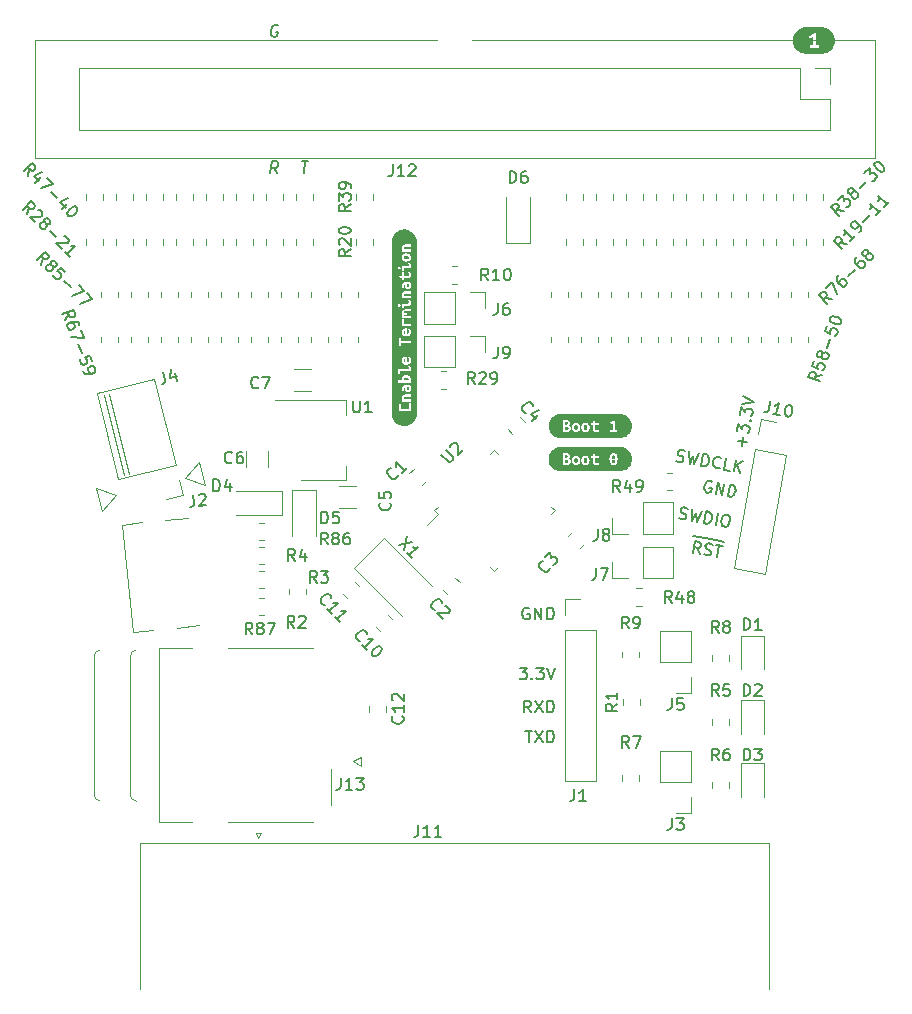
<source format=gto>
%TF.GenerationSoftware,KiCad,Pcbnew,5.1.12-84ad8e8a86~92~ubuntu20.04.1*%
%TF.CreationDate,2022-03-02T23:51:17-06:00*%
%TF.ProjectId,dietSCSI,64696574-5343-4534-992e-6b696361645f,rev?*%
%TF.SameCoordinates,Original*%
%TF.FileFunction,Legend,Top*%
%TF.FilePolarity,Positive*%
%FSLAX46Y46*%
G04 Gerber Fmt 4.6, Leading zero omitted, Abs format (unit mm)*
G04 Created by KiCad (PCBNEW 5.1.12-84ad8e8a86~92~ubuntu20.04.1) date 2022-03-02 23:51:17*
%MOMM*%
%LPD*%
G01*
G04 APERTURE LIST*
%ADD10C,0.150000*%
%ADD11C,0.120000*%
%ADD12C,0.100000*%
G04 APERTURE END LIST*
D10*
X122540967Y-20391500D02*
X122451681Y-20343880D01*
X122308824Y-20343880D01*
X122160014Y-20391500D01*
X122052872Y-20486738D01*
X121993348Y-20581976D01*
X121921919Y-20772452D01*
X121904062Y-20915309D01*
X121927872Y-21105785D01*
X121963586Y-21201023D01*
X122046919Y-21296261D01*
X122183824Y-21343880D01*
X122279062Y-21343880D01*
X122427872Y-21296261D01*
X122481443Y-21248642D01*
X122523110Y-20915309D01*
X122332633Y-20915309D01*
X124539300Y-31900880D02*
X125110729Y-31900880D01*
X124700014Y-32900880D02*
X124825014Y-31900880D01*
X122469538Y-32900880D02*
X122195729Y-32424690D01*
X121898110Y-32900880D02*
X122023110Y-31900880D01*
X122404062Y-31900880D01*
X122493348Y-31948500D01*
X122535014Y-31996119D01*
X122570729Y-32091357D01*
X122552872Y-32234214D01*
X122493348Y-32329452D01*
X122439776Y-32377071D01*
X122338586Y-32424690D01*
X121957633Y-32424690D01*
X142984261Y-74763380D02*
X143603309Y-74763380D01*
X143269976Y-75144333D01*
X143412833Y-75144333D01*
X143508071Y-75191952D01*
X143555690Y-75239571D01*
X143603309Y-75334809D01*
X143603309Y-75572904D01*
X143555690Y-75668142D01*
X143508071Y-75715761D01*
X143412833Y-75763380D01*
X143127119Y-75763380D01*
X143031880Y-75715761D01*
X142984261Y-75668142D01*
X144031880Y-75668142D02*
X144079500Y-75715761D01*
X144031880Y-75763380D01*
X143984261Y-75715761D01*
X144031880Y-75668142D01*
X144031880Y-75763380D01*
X144412833Y-74763380D02*
X145031880Y-74763380D01*
X144698547Y-75144333D01*
X144841404Y-75144333D01*
X144936642Y-75191952D01*
X144984261Y-75239571D01*
X145031880Y-75334809D01*
X145031880Y-75572904D01*
X144984261Y-75668142D01*
X144936642Y-75715761D01*
X144841404Y-75763380D01*
X144555690Y-75763380D01*
X144460452Y-75715761D01*
X144412833Y-75668142D01*
X145317595Y-74763380D02*
X145650928Y-75763380D01*
X145984261Y-74763380D01*
X143460452Y-80097380D02*
X144031880Y-80097380D01*
X143746166Y-81097380D02*
X143746166Y-80097380D01*
X144269976Y-80097380D02*
X144936642Y-81097380D01*
X144936642Y-80097380D02*
X144269976Y-81097380D01*
X145317595Y-81097380D02*
X145317595Y-80097380D01*
X145555690Y-80097380D01*
X145698547Y-80145000D01*
X145793785Y-80240238D01*
X145841404Y-80335476D01*
X145889023Y-80525952D01*
X145889023Y-80668809D01*
X145841404Y-80859285D01*
X145793785Y-80954523D01*
X145698547Y-81049761D01*
X145555690Y-81097380D01*
X145317595Y-81097380D01*
X143936642Y-78557380D02*
X143603309Y-78081190D01*
X143365214Y-78557380D02*
X143365214Y-77557380D01*
X143746166Y-77557380D01*
X143841404Y-77605000D01*
X143889023Y-77652619D01*
X143936642Y-77747857D01*
X143936642Y-77890714D01*
X143889023Y-77985952D01*
X143841404Y-78033571D01*
X143746166Y-78081190D01*
X143365214Y-78081190D01*
X144269976Y-77557380D02*
X144936642Y-78557380D01*
X144936642Y-77557380D02*
X144269976Y-78557380D01*
X145317595Y-78557380D02*
X145317595Y-77557380D01*
X145555690Y-77557380D01*
X145698547Y-77605000D01*
X145793785Y-77700238D01*
X145841404Y-77795476D01*
X145889023Y-77985952D01*
X145889023Y-78128809D01*
X145841404Y-78319285D01*
X145793785Y-78414523D01*
X145698547Y-78509761D01*
X145555690Y-78557380D01*
X145317595Y-78557380D01*
X143793785Y-69731000D02*
X143698547Y-69683380D01*
X143555690Y-69683380D01*
X143412833Y-69731000D01*
X143317595Y-69826238D01*
X143269976Y-69921476D01*
X143222357Y-70111952D01*
X143222357Y-70254809D01*
X143269976Y-70445285D01*
X143317595Y-70540523D01*
X143412833Y-70635761D01*
X143555690Y-70683380D01*
X143650928Y-70683380D01*
X143793785Y-70635761D01*
X143841404Y-70588142D01*
X143841404Y-70254809D01*
X143650928Y-70254809D01*
X144269976Y-70683380D02*
X144269976Y-69683380D01*
X144841404Y-70683380D01*
X144841404Y-69683380D01*
X145317595Y-70683380D02*
X145317595Y-69683380D01*
X145555690Y-69683380D01*
X145698547Y-69731000D01*
X145793785Y-69826238D01*
X145841404Y-69921476D01*
X145889023Y-70111952D01*
X145889023Y-70254809D01*
X145841404Y-70445285D01*
X145793785Y-70540523D01*
X145698547Y-70635761D01*
X145555690Y-70683380D01*
X145317595Y-70683380D01*
X161813975Y-55971131D02*
X161946278Y-55220801D01*
X162255291Y-55662118D02*
X161504962Y-55529814D01*
X161402787Y-54738140D02*
X161510283Y-54128497D01*
X161827565Y-54522918D01*
X161852372Y-54382231D01*
X161915806Y-54296709D01*
X161970970Y-54258082D01*
X162073031Y-54227724D01*
X162307509Y-54269069D01*
X162393031Y-54332503D01*
X162431658Y-54387667D01*
X162462015Y-54489727D01*
X162412401Y-54771101D01*
X162348968Y-54856623D01*
X162293803Y-54895250D01*
X162475721Y-53863547D02*
X162530885Y-53824920D01*
X162569512Y-53880084D01*
X162514347Y-53918711D01*
X162475721Y-53863547D01*
X162569512Y-53880084D01*
X161650856Y-53331271D02*
X161758352Y-52721629D01*
X162075634Y-53116050D01*
X162100441Y-52975363D01*
X162163875Y-52889840D01*
X162219039Y-52851214D01*
X162321099Y-52820856D01*
X162555578Y-52862201D01*
X162641100Y-52925634D01*
X162679726Y-52980799D01*
X162710084Y-53082859D01*
X162660470Y-53364233D01*
X162597037Y-53449755D01*
X162541872Y-53488382D01*
X161807966Y-52440255D02*
X162850656Y-52285634D01*
X161923731Y-51783716D01*
X156258222Y-57237906D02*
X156390640Y-57309609D01*
X156625118Y-57350953D01*
X156727178Y-57320596D01*
X156782342Y-57281969D01*
X156845776Y-57196447D01*
X156862314Y-57102656D01*
X156831956Y-57000595D01*
X156793329Y-56945431D01*
X156707807Y-56881997D01*
X156528494Y-56802026D01*
X156442971Y-56738592D01*
X156404345Y-56683428D01*
X156373987Y-56581368D01*
X156390525Y-56487576D01*
X156453959Y-56402054D01*
X156509123Y-56363428D01*
X156611183Y-56333070D01*
X156845661Y-56374415D01*
X156978079Y-56446117D01*
X157314617Y-56457104D02*
X157375447Y-57483257D01*
X157687064Y-56812899D01*
X157750612Y-57549409D01*
X158158738Y-56605946D01*
X158360255Y-57656905D02*
X158533903Y-56672097D01*
X158768381Y-56713442D01*
X158900799Y-56785145D01*
X158978052Y-56895474D01*
X159008410Y-56997534D01*
X159022230Y-57193385D01*
X158997423Y-57334072D01*
X158917452Y-57513386D01*
X158854018Y-57598908D01*
X158743689Y-57676161D01*
X158594733Y-57698250D01*
X158360255Y-57656905D01*
X159924348Y-57835990D02*
X159869183Y-57874616D01*
X159720228Y-57896705D01*
X159626436Y-57880167D01*
X159494019Y-57808464D01*
X159416765Y-57698135D01*
X159386408Y-57596075D01*
X159372588Y-57400224D01*
X159397395Y-57259537D01*
X159477366Y-57080223D01*
X159540800Y-56994701D01*
X159651129Y-56917448D01*
X159800085Y-56895359D01*
X159893876Y-56911897D01*
X160026294Y-56983600D01*
X160064920Y-57038764D01*
X160798827Y-58086891D02*
X160329871Y-58004201D01*
X160503519Y-57019394D01*
X161127096Y-58144774D02*
X161300744Y-57159966D01*
X161689843Y-58244001D02*
X161367010Y-57606833D01*
X161863491Y-57259193D02*
X161201517Y-57722713D01*
X159283816Y-59037755D02*
X159198293Y-58974321D01*
X159057607Y-58949514D01*
X158908651Y-58971603D01*
X158798322Y-59048856D01*
X158734888Y-59134379D01*
X158654917Y-59313692D01*
X158630110Y-59454379D01*
X158643930Y-59650230D01*
X158674287Y-59752291D01*
X158751541Y-59862620D01*
X158883958Y-59934322D01*
X158977750Y-59950860D01*
X159126705Y-59928771D01*
X159181870Y-59890145D01*
X159239753Y-59561875D01*
X159052170Y-59528800D01*
X159587393Y-60058357D02*
X159761041Y-59073549D01*
X160150140Y-60157584D01*
X160323788Y-59172776D01*
X160619096Y-60240274D02*
X160792744Y-59255466D01*
X161027222Y-59296811D01*
X161159640Y-59368513D01*
X161236893Y-59478842D01*
X161267251Y-59580903D01*
X161281071Y-59776754D01*
X161256264Y-59917441D01*
X161176292Y-60096754D01*
X161112859Y-60182276D01*
X161002530Y-60259530D01*
X160853574Y-60281619D01*
X160619096Y-60240274D01*
X156508403Y-62096668D02*
X156640821Y-62168371D01*
X156875299Y-62209715D01*
X156977359Y-62179358D01*
X157032524Y-62140731D01*
X157095957Y-62055209D01*
X157112495Y-61961418D01*
X157082138Y-61859357D01*
X157043511Y-61804193D01*
X156957989Y-61740759D01*
X156778675Y-61660788D01*
X156693153Y-61597354D01*
X156654526Y-61542190D01*
X156624169Y-61440130D01*
X156640706Y-61346338D01*
X156704140Y-61260816D01*
X156759305Y-61222189D01*
X156861365Y-61191832D01*
X157095843Y-61233177D01*
X157228261Y-61304879D01*
X157564799Y-61315866D02*
X157625629Y-62342019D01*
X157937246Y-61671661D01*
X158000794Y-62408170D01*
X158408920Y-61464708D01*
X158610436Y-62515667D02*
X158784085Y-61530859D01*
X159018563Y-61572204D01*
X159150981Y-61643906D01*
X159228234Y-61754236D01*
X159258592Y-61856296D01*
X159272411Y-62052147D01*
X159247604Y-62192834D01*
X159167633Y-62372147D01*
X159104199Y-62457670D01*
X158993870Y-62534923D01*
X158844915Y-62557012D01*
X158610436Y-62515667D01*
X159595244Y-62689315D02*
X159768892Y-61704507D01*
X160425431Y-61820273D02*
X160613013Y-61853349D01*
X160698536Y-61916782D01*
X160775789Y-62027111D01*
X160789609Y-62222963D01*
X160731726Y-62551232D01*
X160651754Y-62730545D01*
X160541425Y-62807799D01*
X160439365Y-62838156D01*
X160251783Y-62805081D01*
X160166260Y-62741647D01*
X160089007Y-62631318D01*
X160075187Y-62435467D01*
X160133070Y-62107197D01*
X160213042Y-61927884D01*
X160323371Y-61850631D01*
X160425431Y-61820273D01*
X157663819Y-63634639D02*
X158648627Y-63808287D01*
X158223601Y-65121819D02*
X157978022Y-64594980D01*
X157660854Y-65022591D02*
X157834502Y-64037783D01*
X158209667Y-64103935D01*
X158295189Y-64167369D01*
X158333816Y-64222533D01*
X158364174Y-64324593D01*
X158339367Y-64465280D01*
X158275933Y-64550802D01*
X158220769Y-64589429D01*
X158118709Y-64619787D01*
X157743544Y-64553635D01*
X158648627Y-63808287D02*
X159586539Y-63973666D01*
X158607035Y-65141075D02*
X158739453Y-65212777D01*
X158973931Y-65254122D01*
X159075991Y-65223764D01*
X159131156Y-65185138D01*
X159194589Y-65099615D01*
X159211127Y-65005824D01*
X159180770Y-64903764D01*
X159142143Y-64848599D01*
X159056621Y-64785166D01*
X158877307Y-64705194D01*
X158791785Y-64641761D01*
X158753158Y-64586596D01*
X158722801Y-64484536D01*
X158739339Y-64390745D01*
X158802772Y-64305223D01*
X158857937Y-64266596D01*
X158959997Y-64236238D01*
X159194475Y-64277583D01*
X159326893Y-64349286D01*
X159586539Y-63973666D02*
X160336869Y-64105970D01*
X159616535Y-64352004D02*
X160179283Y-64451231D01*
X159724261Y-65386425D02*
X159897909Y-64401618D01*
X168577768Y-49987471D02*
X168016289Y-50137835D01*
X168382328Y-50524438D02*
X167442636Y-50182418D01*
X167572929Y-49824440D01*
X167650250Y-49751232D01*
X167711283Y-49722771D01*
X167817065Y-49710597D01*
X167951306Y-49759457D01*
X168024514Y-49836778D01*
X168052975Y-49897812D01*
X168065149Y-50003593D01*
X167934855Y-50361571D01*
X167947522Y-48795253D02*
X167784656Y-49242725D01*
X168215842Y-49450339D01*
X168187381Y-49389305D01*
X168175207Y-49283524D01*
X168256641Y-49059788D01*
X168333961Y-48986580D01*
X168394995Y-48958119D01*
X168500776Y-48945945D01*
X168724513Y-49027379D01*
X168797720Y-49104699D01*
X168826181Y-49165733D01*
X168838355Y-49271515D01*
X168756922Y-49495251D01*
X168679601Y-49568459D01*
X168618567Y-49596919D01*
X168561975Y-48360118D02*
X168484654Y-48433326D01*
X168423620Y-48461787D01*
X168317839Y-48473961D01*
X168273092Y-48457674D01*
X168199884Y-48380353D01*
X168171423Y-48319319D01*
X168159249Y-48213538D01*
X168224396Y-48034549D01*
X168301716Y-47961341D01*
X168362750Y-47932881D01*
X168468532Y-47920707D01*
X168513279Y-47936993D01*
X168586487Y-48014314D01*
X168614947Y-48075348D01*
X168627121Y-48181129D01*
X168561975Y-48360118D01*
X168574148Y-48465899D01*
X168602609Y-48526933D01*
X168675817Y-48604254D01*
X168854806Y-48669401D01*
X168960587Y-48657227D01*
X169021621Y-48628766D01*
X169098942Y-48555558D01*
X169164088Y-48376569D01*
X169151915Y-48270788D01*
X169123454Y-48209754D01*
X169050246Y-48132433D01*
X168871257Y-48067287D01*
X168765476Y-48079461D01*
X168704442Y-48107921D01*
X168627121Y-48181129D01*
X169017837Y-47664561D02*
X169278424Y-46948605D01*
X169022443Y-45841933D02*
X168859576Y-46289406D01*
X169290762Y-46497020D01*
X169262302Y-46435986D01*
X169250128Y-46330204D01*
X169331561Y-46106468D01*
X169408882Y-46033260D01*
X169469916Y-46004800D01*
X169575697Y-45992626D01*
X169799433Y-46074059D01*
X169872641Y-46151380D01*
X169901102Y-46212414D01*
X169913275Y-46318195D01*
X169831842Y-46541931D01*
X169754521Y-46615139D01*
X169693488Y-46643600D01*
X169250456Y-45215471D02*
X169283030Y-45125977D01*
X169360350Y-45052769D01*
X169421384Y-45024308D01*
X169527165Y-45012134D01*
X169722441Y-45032534D01*
X169946177Y-45113967D01*
X170108880Y-45223861D01*
X170182088Y-45301182D01*
X170210548Y-45362216D01*
X170222722Y-45467997D01*
X170190149Y-45557491D01*
X170112828Y-45630699D01*
X170051794Y-45659160D01*
X169946013Y-45671334D01*
X169750737Y-45650934D01*
X169527001Y-45569501D01*
X169364299Y-45459607D01*
X169291091Y-45382286D01*
X169262630Y-45321252D01*
X169250456Y-45215471D01*
X169442145Y-43541618D02*
X168869725Y-43440602D01*
X169038084Y-43945679D02*
X168330977Y-43238572D01*
X168600351Y-42969198D01*
X168701366Y-42935526D01*
X168768710Y-42935526D01*
X168869725Y-42969198D01*
X168970740Y-43070213D01*
X169004412Y-43171228D01*
X169004412Y-43238572D01*
X168970740Y-43339587D01*
X168701366Y-43608961D01*
X168970740Y-42598809D02*
X169442145Y-42127404D01*
X169846206Y-43137557D01*
X170014564Y-41554984D02*
X169879877Y-41689671D01*
X169846206Y-41790687D01*
X169846206Y-41858030D01*
X169879877Y-42026389D01*
X169980893Y-42194748D01*
X170250267Y-42464122D01*
X170351282Y-42497793D01*
X170418625Y-42497793D01*
X170519641Y-42464122D01*
X170654328Y-42329435D01*
X170688000Y-42228419D01*
X170688000Y-42161076D01*
X170654328Y-42060061D01*
X170485969Y-41891702D01*
X170384954Y-41858030D01*
X170317610Y-41858030D01*
X170216595Y-41891702D01*
X170081908Y-42026389D01*
X170048236Y-42127404D01*
X170048236Y-42194748D01*
X170081908Y-42295763D01*
X170822687Y-41622328D02*
X171361435Y-41083580D01*
X171563465Y-40006084D02*
X171428778Y-40140771D01*
X171395106Y-40241786D01*
X171395106Y-40309129D01*
X171428778Y-40477488D01*
X171529793Y-40645847D01*
X171799167Y-40915221D01*
X171900183Y-40948893D01*
X171967526Y-40948893D01*
X172068541Y-40915221D01*
X172203228Y-40780534D01*
X172236900Y-40679519D01*
X172236900Y-40612175D01*
X172203228Y-40511160D01*
X172034870Y-40342801D01*
X171933854Y-40309129D01*
X171866511Y-40309129D01*
X171765496Y-40342801D01*
X171630809Y-40477488D01*
X171597137Y-40578503D01*
X171597137Y-40645847D01*
X171630809Y-40746862D01*
X172337915Y-39837725D02*
X172236900Y-39871397D01*
X172169557Y-39871397D01*
X172068541Y-39837725D01*
X172034870Y-39804053D01*
X172001198Y-39703038D01*
X172001198Y-39635694D01*
X172034870Y-39534679D01*
X172169557Y-39399992D01*
X172270572Y-39366320D01*
X172337915Y-39366320D01*
X172438931Y-39399992D01*
X172472602Y-39433664D01*
X172506274Y-39534679D01*
X172506274Y-39602023D01*
X172472602Y-39703038D01*
X172337915Y-39837725D01*
X172304244Y-39938740D01*
X172304244Y-40006084D01*
X172337915Y-40107099D01*
X172472602Y-40241786D01*
X172573618Y-40275458D01*
X172640961Y-40275458D01*
X172741976Y-40241786D01*
X172876663Y-40107099D01*
X172910335Y-40006084D01*
X172910335Y-39938740D01*
X172876663Y-39837725D01*
X172741976Y-39703038D01*
X172640961Y-39669366D01*
X172573618Y-39669366D01*
X172472602Y-39703038D01*
X170712145Y-38906118D02*
X170139725Y-38805102D01*
X170308084Y-39310179D02*
X169600977Y-38603072D01*
X169870351Y-38333698D01*
X169971366Y-38300026D01*
X170038710Y-38300026D01*
X170139725Y-38333698D01*
X170240740Y-38434713D01*
X170274412Y-38535728D01*
X170274412Y-38603072D01*
X170240740Y-38704087D01*
X169971366Y-38973461D01*
X171385580Y-38232683D02*
X170981519Y-38636744D01*
X171183549Y-38434713D02*
X170476442Y-37727606D01*
X170510114Y-37895965D01*
X170510114Y-38030652D01*
X170476442Y-38131667D01*
X171722297Y-37895965D02*
X171856984Y-37761278D01*
X171890656Y-37660263D01*
X171890656Y-37592919D01*
X171856984Y-37424561D01*
X171755969Y-37256202D01*
X171486595Y-36986828D01*
X171385580Y-36953156D01*
X171318236Y-36953156D01*
X171217221Y-36986828D01*
X171082534Y-37121515D01*
X171048862Y-37222530D01*
X171048862Y-37289874D01*
X171082534Y-37390889D01*
X171250893Y-37559248D01*
X171351908Y-37592919D01*
X171419251Y-37592919D01*
X171520267Y-37559248D01*
X171654954Y-37424561D01*
X171688625Y-37323545D01*
X171688625Y-37256202D01*
X171654954Y-37155187D01*
X172092687Y-36986828D02*
X172631435Y-36448080D01*
X173607915Y-36010347D02*
X173203854Y-36414408D01*
X173405885Y-36212377D02*
X172698778Y-35505271D01*
X172732450Y-35673629D01*
X172732450Y-35808316D01*
X172698778Y-35909332D01*
X174281350Y-35336912D02*
X173877289Y-35740973D01*
X174079320Y-35538942D02*
X173372213Y-34831836D01*
X173405885Y-35000194D01*
X173405885Y-35134881D01*
X173372213Y-35235897D01*
X170432745Y-36086718D02*
X169860325Y-35985702D01*
X170028684Y-36490779D02*
X169321577Y-35783672D01*
X169590951Y-35514298D01*
X169691966Y-35480626D01*
X169759310Y-35480626D01*
X169860325Y-35514298D01*
X169961340Y-35615313D01*
X169995012Y-35716328D01*
X169995012Y-35783672D01*
X169961340Y-35884687D01*
X169691966Y-36154061D01*
X169961340Y-35143909D02*
X170399073Y-34706176D01*
X170432745Y-35211252D01*
X170533760Y-35110237D01*
X170634775Y-35076565D01*
X170702119Y-35076565D01*
X170803134Y-35110237D01*
X170971493Y-35278596D01*
X171005164Y-35379611D01*
X171005164Y-35446954D01*
X170971493Y-35547970D01*
X170769462Y-35750000D01*
X170668447Y-35783672D01*
X170601103Y-35783672D01*
X171106180Y-34605161D02*
X171005164Y-34638832D01*
X170937821Y-34638832D01*
X170836806Y-34605161D01*
X170803134Y-34571489D01*
X170769462Y-34470474D01*
X170769462Y-34403130D01*
X170803134Y-34302115D01*
X170937821Y-34167428D01*
X171038836Y-34133756D01*
X171106180Y-34133756D01*
X171207195Y-34167428D01*
X171240867Y-34201100D01*
X171274538Y-34302115D01*
X171274538Y-34369458D01*
X171240867Y-34470474D01*
X171106180Y-34605161D01*
X171072508Y-34706176D01*
X171072508Y-34773519D01*
X171106180Y-34874535D01*
X171240867Y-35009222D01*
X171341882Y-35042893D01*
X171409225Y-35042893D01*
X171510241Y-35009222D01*
X171644928Y-34874535D01*
X171678600Y-34773519D01*
X171678600Y-34706176D01*
X171644928Y-34605161D01*
X171510241Y-34470474D01*
X171409225Y-34436802D01*
X171341882Y-34436802D01*
X171240867Y-34470474D01*
X171813287Y-34167428D02*
X172352035Y-33628680D01*
X172183676Y-32921573D02*
X172621409Y-32483840D01*
X172655080Y-32988916D01*
X172756096Y-32887901D01*
X172857111Y-32854229D01*
X172924454Y-32854229D01*
X173025470Y-32887901D01*
X173193828Y-33056260D01*
X173227500Y-33157275D01*
X173227500Y-33224619D01*
X173193828Y-33325634D01*
X172991798Y-33527664D01*
X172890783Y-33561336D01*
X172823439Y-33561336D01*
X173059141Y-32046107D02*
X173126485Y-31978764D01*
X173227500Y-31945092D01*
X173294844Y-31945092D01*
X173395859Y-31978764D01*
X173564218Y-32079779D01*
X173732576Y-32248138D01*
X173833592Y-32416497D01*
X173867263Y-32517512D01*
X173867263Y-32584855D01*
X173833592Y-32685871D01*
X173766248Y-32753214D01*
X173665233Y-32786886D01*
X173597889Y-32786886D01*
X173496874Y-32753214D01*
X173328515Y-32652199D01*
X173160157Y-32483840D01*
X173059141Y-32315481D01*
X173025470Y-32214466D01*
X173025470Y-32147123D01*
X173059141Y-32046107D01*
X104481570Y-45317975D02*
X104815036Y-44841877D01*
X104286130Y-44781008D02*
X105225823Y-44438988D01*
X105356116Y-44796966D01*
X105343942Y-44902747D01*
X105315482Y-44963781D01*
X105242274Y-45041102D01*
X105108032Y-45089962D01*
X105002251Y-45077788D01*
X104941217Y-45049327D01*
X104863896Y-44976119D01*
X104733603Y-44618141D01*
X105714423Y-45781406D02*
X105649276Y-45602417D01*
X105571956Y-45529209D01*
X105510922Y-45500748D01*
X105344106Y-45460114D01*
X105148831Y-45480513D01*
X104790853Y-45610806D01*
X104717645Y-45688127D01*
X104689184Y-45749161D01*
X104677010Y-45854942D01*
X104742157Y-46033931D01*
X104819478Y-46107139D01*
X104880511Y-46135600D01*
X104986293Y-46147774D01*
X105210029Y-46066340D01*
X105283237Y-45989020D01*
X105311697Y-45927986D01*
X105323871Y-45822204D01*
X105258725Y-45643215D01*
X105181404Y-45570008D01*
X105120370Y-45541547D01*
X105014589Y-45529373D01*
X105861003Y-46184131D02*
X106089016Y-46810593D01*
X105002744Y-46749888D01*
X105637595Y-47380298D02*
X105898182Y-48096254D01*
X106805630Y-48779473D02*
X106642763Y-48332000D01*
X106179004Y-48450119D01*
X106240038Y-48478580D01*
X106317358Y-48551788D01*
X106398792Y-48775524D01*
X106386618Y-48881305D01*
X106358157Y-48942339D01*
X106284949Y-49019660D01*
X106061213Y-49101093D01*
X105955432Y-49088919D01*
X105894398Y-49060459D01*
X105817077Y-48987251D01*
X105735644Y-48763515D01*
X105747818Y-48657733D01*
X105776279Y-48596699D01*
X106045091Y-49613713D02*
X106110237Y-49792702D01*
X106187558Y-49865910D01*
X106248592Y-49894370D01*
X106415407Y-49935005D01*
X106610683Y-49914605D01*
X106968661Y-49784312D01*
X107041869Y-49706991D01*
X107070330Y-49645957D01*
X107082503Y-49540176D01*
X107017357Y-49361187D01*
X106940036Y-49287979D01*
X106879002Y-49259519D01*
X106773221Y-49247345D01*
X106549485Y-49328778D01*
X106476277Y-49406099D01*
X106447816Y-49467133D01*
X106435642Y-49572914D01*
X106500789Y-49751903D01*
X106578110Y-49825111D01*
X106639144Y-49853571D01*
X106744925Y-49865745D01*
X102508381Y-40638745D02*
X102609397Y-40066325D01*
X102104320Y-40234684D02*
X102811427Y-39527577D01*
X103080801Y-39796951D01*
X103114473Y-39897966D01*
X103114473Y-39965310D01*
X103080801Y-40066325D01*
X102979786Y-40167340D01*
X102878771Y-40201012D01*
X102811427Y-40201012D01*
X102710412Y-40167340D01*
X102441038Y-39897966D01*
X103316503Y-40638745D02*
X103282832Y-40537729D01*
X103282832Y-40470386D01*
X103316503Y-40369371D01*
X103350175Y-40335699D01*
X103451190Y-40302027D01*
X103518534Y-40302027D01*
X103619549Y-40335699D01*
X103754236Y-40470386D01*
X103787908Y-40571401D01*
X103787908Y-40638745D01*
X103754236Y-40739760D01*
X103720564Y-40773432D01*
X103619549Y-40807103D01*
X103552206Y-40807103D01*
X103451190Y-40773432D01*
X103316503Y-40638745D01*
X103215488Y-40605073D01*
X103148145Y-40605073D01*
X103047129Y-40638745D01*
X102912442Y-40773432D01*
X102878771Y-40874447D01*
X102878771Y-40941790D01*
X102912442Y-41042806D01*
X103047129Y-41177493D01*
X103148145Y-41211164D01*
X103215488Y-41211164D01*
X103316503Y-41177493D01*
X103451190Y-41042806D01*
X103484862Y-40941790D01*
X103484862Y-40874447D01*
X103451190Y-40773432D01*
X104528687Y-41244836D02*
X104191969Y-40908119D01*
X103821580Y-41211164D01*
X103888923Y-41211164D01*
X103989938Y-41244836D01*
X104158297Y-41413195D01*
X104191969Y-41514210D01*
X104191969Y-41581554D01*
X104158297Y-41682569D01*
X103989938Y-41850928D01*
X103888923Y-41884600D01*
X103821580Y-41884599D01*
X103720564Y-41850928D01*
X103552206Y-41682569D01*
X103518534Y-41581554D01*
X103518534Y-41514210D01*
X104427671Y-42019287D02*
X104966419Y-42558035D01*
X105673526Y-42389676D02*
X106144931Y-42861080D01*
X105134778Y-43265141D01*
X106346961Y-43063111D02*
X106818366Y-43534515D01*
X105808213Y-43938576D01*
X101314581Y-36384245D02*
X101415597Y-35811825D01*
X100910520Y-35980184D02*
X101617627Y-35273077D01*
X101887001Y-35542451D01*
X101920673Y-35643466D01*
X101920673Y-35710810D01*
X101887001Y-35811825D01*
X101785986Y-35912840D01*
X101684971Y-35946512D01*
X101617627Y-35946512D01*
X101516612Y-35912840D01*
X101247238Y-35643466D01*
X102223719Y-36013855D02*
X102291062Y-36013855D01*
X102392077Y-36047527D01*
X102560436Y-36215886D01*
X102594108Y-36316901D01*
X102594108Y-36384245D01*
X102560436Y-36485260D01*
X102493093Y-36552603D01*
X102358406Y-36619947D01*
X101550284Y-36619947D01*
X101988016Y-37057680D01*
X102796138Y-37057680D02*
X102762467Y-36956664D01*
X102762467Y-36889321D01*
X102796138Y-36788306D01*
X102829810Y-36754634D01*
X102930825Y-36720962D01*
X102998169Y-36720962D01*
X103099184Y-36754634D01*
X103233871Y-36889321D01*
X103267543Y-36990336D01*
X103267543Y-37057680D01*
X103233871Y-37158695D01*
X103200200Y-37192367D01*
X103099184Y-37226038D01*
X103031841Y-37226038D01*
X102930825Y-37192367D01*
X102796138Y-37057680D01*
X102695123Y-37024008D01*
X102627780Y-37024008D01*
X102526764Y-37057680D01*
X102392077Y-37192367D01*
X102358406Y-37293382D01*
X102358406Y-37360725D01*
X102392077Y-37461741D01*
X102526764Y-37596428D01*
X102627780Y-37630099D01*
X102695123Y-37630100D01*
X102796138Y-37596428D01*
X102930825Y-37461741D01*
X102964497Y-37360725D01*
X102964497Y-37293382D01*
X102930825Y-37192367D01*
X103233871Y-37764787D02*
X103772619Y-38303535D01*
X104446054Y-38236191D02*
X104513398Y-38236191D01*
X104614413Y-38269863D01*
X104782772Y-38438222D01*
X104816444Y-38539237D01*
X104816444Y-38606580D01*
X104782772Y-38707596D01*
X104715428Y-38774939D01*
X104580741Y-38842283D01*
X103772619Y-38842283D01*
X104210352Y-39280015D01*
X104883787Y-39953450D02*
X104479726Y-39549389D01*
X104681757Y-39751420D02*
X105388863Y-39044313D01*
X105220505Y-39077985D01*
X105085818Y-39077985D01*
X104984802Y-39044313D01*
X101390781Y-33107645D02*
X101491797Y-32535225D01*
X100986720Y-32703584D02*
X101693827Y-31996477D01*
X101963201Y-32265851D01*
X101996873Y-32366866D01*
X101996873Y-32434210D01*
X101963201Y-32535225D01*
X101862186Y-32636240D01*
X101761171Y-32669912D01*
X101693827Y-32669912D01*
X101592812Y-32636240D01*
X101323438Y-32366866D01*
X102468277Y-33242332D02*
X101996873Y-33713736D01*
X102569293Y-32804599D02*
X101895858Y-33141316D01*
X102333590Y-33579049D01*
X103007025Y-33309675D02*
X103478430Y-33781080D01*
X102468277Y-34185141D01*
X103310071Y-34488187D02*
X103848819Y-35026935D01*
X104690613Y-35464667D02*
X104219209Y-35936072D01*
X104791628Y-35026935D02*
X104118193Y-35363652D01*
X104555926Y-35801385D01*
X105431392Y-35734041D02*
X105498735Y-35801385D01*
X105532407Y-35902400D01*
X105532407Y-35969744D01*
X105498735Y-36070759D01*
X105397720Y-36239118D01*
X105229361Y-36407476D01*
X105061002Y-36508492D01*
X104959987Y-36542163D01*
X104892644Y-36542163D01*
X104791628Y-36508492D01*
X104724285Y-36441148D01*
X104690613Y-36340133D01*
X104690613Y-36272789D01*
X104724285Y-36171774D01*
X104825300Y-36003415D01*
X104993659Y-35835057D01*
X105162018Y-35734041D01*
X105263033Y-35700370D01*
X105330376Y-35700370D01*
X105431392Y-35734041D01*
D11*
%TO.C,J2*%
X110252475Y-71752551D02*
X109294994Y-62642730D01*
X109294994Y-62642730D02*
X110990654Y-62464509D01*
X111948135Y-71574329D02*
X110252475Y-71752551D01*
X113947124Y-71364227D02*
X115856606Y-71163533D01*
X114899125Y-62053712D02*
X112989643Y-62254407D01*
%TO.C,J13*%
X110042000Y-73764000D02*
X110042000Y-85564000D01*
X106992000Y-73764000D02*
X106992000Y-85564000D01*
D12*
X126992000Y-86364000D02*
X126992000Y-83364000D01*
X118292000Y-87864000D02*
X125492000Y-87864000D01*
X112496600Y-87863680D02*
X115224560Y-87863680D01*
X112492000Y-73114000D02*
X112492000Y-87864000D01*
X115270280Y-73111360D02*
X112486440Y-73111360D01*
X125492000Y-73114000D02*
X118292000Y-73114000D01*
D11*
X128846000Y-82703840D02*
X129546000Y-82303840D01*
X129546000Y-82303840D02*
X129546000Y-83103840D01*
X129546000Y-83103840D02*
X128846000Y-82703840D01*
X110542000Y-86064000D02*
G75*
G02*
X110042000Y-85564000I0J500000D01*
G01*
X107492000Y-86064000D02*
G75*
G02*
X106992000Y-85564000I0J500000D01*
G01*
X106992000Y-73764000D02*
G75*
G02*
X107492000Y-73264000I500000J0D01*
G01*
X110042000Y-73764000D02*
G75*
G02*
X110542000Y-73264000I500000J0D01*
G01*
%TO.C,J12*%
X105690000Y-24006500D02*
X105690000Y-29206500D01*
X166710000Y-24006500D02*
X105690000Y-24006500D01*
X169310000Y-29206500D02*
X105690000Y-29206500D01*
X166710000Y-24006500D02*
X166710000Y-26606500D01*
X166710000Y-26606500D02*
X169310000Y-26606500D01*
X169310000Y-26606500D02*
X169310000Y-29206500D01*
X167980000Y-24006500D02*
X169310000Y-24006500D01*
X169310000Y-24006500D02*
X169310000Y-25336500D01*
X138980000Y-21606500D02*
X173060000Y-21606500D01*
X173060000Y-21606500D02*
X173060000Y-31606500D01*
X173060000Y-31606500D02*
X101940000Y-31606500D01*
X101940000Y-31606500D02*
X101940000Y-21606500D01*
X101940000Y-21606500D02*
X135980000Y-21606500D01*
D10*
%TO.C,kibuzzard-61E5068C*%
G36*
X146936619Y-54186931D02*
G01*
X147049331Y-54154387D01*
X147087431Y-54064694D01*
X147076319Y-54008337D01*
X147046156Y-53975000D01*
X147001706Y-53959125D01*
X146949319Y-53955156D01*
X146903281Y-53956744D01*
X146860419Y-53961506D01*
X146860419Y-54186931D01*
X146936619Y-54186931D01*
G37*
G36*
X146860419Y-54348856D02*
G01*
X146860419Y-54615556D01*
X146905663Y-54620319D01*
X146954081Y-54621906D01*
X147019169Y-54616350D01*
X147075525Y-54595713D01*
X147116006Y-54552850D01*
X147131881Y-54482206D01*
X147086638Y-54379813D01*
X146965194Y-54348856D01*
X146860419Y-54348856D01*
G37*
G36*
X147617656Y-54406006D02*
G01*
X147626586Y-54496494D01*
X147653375Y-54567931D01*
X147700008Y-54614366D01*
X147768469Y-54629844D01*
X147835342Y-54614366D01*
X147883563Y-54567931D01*
X147912733Y-54496494D01*
X147922456Y-54406006D01*
X147913527Y-54315717D01*
X147886738Y-54244875D01*
X147840105Y-54199036D01*
X147771644Y-54183756D01*
X147704770Y-54199036D01*
X147656550Y-54244875D01*
X147627380Y-54315717D01*
X147617656Y-54406006D01*
G37*
G36*
X148411406Y-54406006D02*
G01*
X148420336Y-54496494D01*
X148447125Y-54567931D01*
X148493758Y-54614366D01*
X148562219Y-54629844D01*
X148629092Y-54614366D01*
X148677313Y-54567931D01*
X148706483Y-54496494D01*
X148716206Y-54406006D01*
X148707277Y-54315717D01*
X148680488Y-54244875D01*
X148633855Y-54199036D01*
X148565394Y-54183756D01*
X148498520Y-54199036D01*
X148450300Y-54244875D01*
X148421130Y-54315717D01*
X148411406Y-54406006D01*
G37*
G36*
X146665156Y-53272664D02*
G01*
X146919156Y-53785294D01*
X147019963Y-53791048D01*
X147100131Y-53808312D01*
X147209669Y-53868637D01*
X147263644Y-53951981D01*
X147518438Y-54121050D01*
X147569833Y-54075409D01*
X147630356Y-54041675D01*
X147698222Y-54020839D01*
X147771644Y-54013894D01*
X147846058Y-54020839D01*
X147913725Y-54041675D01*
X147973653Y-54075409D01*
X148024850Y-54121050D01*
X148239163Y-54244875D01*
X148270516Y-54177803D01*
X148312188Y-54121050D01*
X148363583Y-54075409D01*
X148424106Y-54041675D01*
X148491972Y-54020839D01*
X148565394Y-54013894D01*
X148639808Y-54020839D01*
X148707475Y-54041675D01*
X148767403Y-54075409D01*
X148818600Y-54121050D01*
X149017831Y-54194869D01*
X149017831Y-54032944D01*
X149187694Y-54032944D01*
X149187694Y-53845619D01*
X149382956Y-53813869D01*
X149382956Y-54032944D01*
X149695694Y-54032944D01*
X149695694Y-54194869D01*
X149382956Y-54194869D01*
X150886319Y-54617144D01*
X150886319Y-54067869D01*
X150784719Y-54124225D01*
X150687881Y-54163119D01*
X150624381Y-54001194D01*
X150706931Y-53964681D01*
X150795831Y-53915469D01*
X150879969Y-53858319D01*
X150948231Y-53796406D01*
X151081581Y-53796406D01*
X151081581Y-54617144D01*
X151276844Y-54617144D01*
X151276844Y-54779069D01*
X150679944Y-54779069D01*
X150679944Y-54617144D01*
X150886319Y-54617144D01*
X149382956Y-54194869D01*
X149382956Y-54496494D01*
X149390894Y-54563169D01*
X149413119Y-54602856D01*
X149448044Y-54621906D01*
X149494081Y-54626669D01*
X149544088Y-54625081D01*
X149588538Y-54619525D01*
X149632988Y-54607619D01*
X149682994Y-54586981D01*
X149709981Y-54755256D01*
X149593300Y-54787006D01*
X149471856Y-54796531D01*
X149351206Y-54785419D01*
X149262306Y-54742556D01*
X149206744Y-54652863D01*
X149192456Y-54585989D01*
X149187694Y-54501256D01*
X149187694Y-54194869D01*
X149017831Y-54194869D01*
X148818600Y-54121050D01*
X148860073Y-54177803D01*
X148890831Y-54244875D01*
X148909881Y-54320877D01*
X148916231Y-54404419D01*
X148909881Y-54489152D01*
X148890831Y-54565550D01*
X148860272Y-54632820D01*
X148819394Y-54690169D01*
X148768792Y-54736603D01*
X148709063Y-54771131D01*
X148640998Y-54792562D01*
X148565394Y-54799706D01*
X148489789Y-54792562D01*
X148421725Y-54771131D01*
X148361797Y-54736603D01*
X148310600Y-54690169D01*
X148269127Y-54632820D01*
X148238369Y-54565550D01*
X148219319Y-54489152D01*
X148212969Y-54404419D01*
X148219517Y-54320877D01*
X148239163Y-54244875D01*
X148024850Y-54121050D01*
X148066323Y-54177803D01*
X148097081Y-54244875D01*
X148116131Y-54320877D01*
X148122481Y-54404419D01*
X148116131Y-54489152D01*
X148097081Y-54565550D01*
X148066522Y-54632820D01*
X148025644Y-54690169D01*
X147975042Y-54736603D01*
X147915313Y-54771131D01*
X147847248Y-54792562D01*
X147771644Y-54799706D01*
X147696039Y-54792562D01*
X147627975Y-54771131D01*
X147568047Y-54736603D01*
X147516850Y-54690169D01*
X147475377Y-54632820D01*
X147444619Y-54565550D01*
X147425569Y-54489152D01*
X147419219Y-54404419D01*
X147425767Y-54320877D01*
X147445413Y-54244875D01*
X147476766Y-54177803D01*
X147518438Y-54121050D01*
X147263644Y-53951981D01*
X147277931Y-54044056D01*
X147269398Y-54109937D01*
X147243800Y-54167881D01*
X147152519Y-54253606D01*
X147236458Y-54296469D01*
X147288250Y-54352031D01*
X147315039Y-54415531D01*
X147323969Y-54482206D01*
X147316428Y-54563764D01*
X147293806Y-54630638D01*
X147212050Y-54725888D01*
X147155694Y-54756447D01*
X147089813Y-54776688D01*
X147016589Y-54787998D01*
X146938206Y-54791769D01*
X146871928Y-54789983D01*
X146803269Y-54784625D01*
X146733816Y-54775695D01*
X146665156Y-54763194D01*
X146665156Y-53809106D01*
X146787394Y-53792438D01*
X146919156Y-53785294D01*
X146665156Y-53272664D01*
X146466719Y-53272664D01*
X146366757Y-53277574D01*
X146267759Y-53292259D01*
X146170676Y-53316577D01*
X146076444Y-53350294D01*
X145985971Y-53393085D01*
X145900128Y-53444537D01*
X145819741Y-53504156D01*
X145745586Y-53571367D01*
X145678375Y-53645523D01*
X145618756Y-53725909D01*
X145567303Y-53811752D01*
X145524513Y-53902225D01*
X145490796Y-53996457D01*
X145466478Y-54093540D01*
X145451793Y-54192539D01*
X145446882Y-54292500D01*
X145451793Y-54392461D01*
X145466478Y-54491460D01*
X145490796Y-54588543D01*
X145524513Y-54682775D01*
X145567303Y-54773248D01*
X145618756Y-54859091D01*
X145678375Y-54939477D01*
X145745586Y-55013633D01*
X145819741Y-55080844D01*
X145900128Y-55140463D01*
X145985971Y-55191915D01*
X146076444Y-55234706D01*
X146170676Y-55268423D01*
X146267759Y-55292741D01*
X146366757Y-55307426D01*
X146466719Y-55312336D01*
X146665156Y-55312336D01*
X151276844Y-55312336D01*
X151475281Y-55312336D01*
X151575243Y-55307426D01*
X151674241Y-55292741D01*
X151771324Y-55268423D01*
X151865556Y-55234706D01*
X151956029Y-55191915D01*
X152041872Y-55140463D01*
X152122259Y-55080844D01*
X152196415Y-55013633D01*
X152263625Y-54939477D01*
X152323244Y-54859091D01*
X152374697Y-54773248D01*
X152417487Y-54682775D01*
X152451204Y-54588543D01*
X152475522Y-54491460D01*
X152490207Y-54392461D01*
X152495118Y-54292500D01*
X152490207Y-54192539D01*
X152475522Y-54093540D01*
X152451204Y-53996457D01*
X152417487Y-53902225D01*
X152374697Y-53811752D01*
X152323244Y-53725909D01*
X152263625Y-53645523D01*
X152196415Y-53571367D01*
X152122259Y-53504156D01*
X152041872Y-53444537D01*
X151956029Y-53393085D01*
X151865556Y-53350294D01*
X151771324Y-53316577D01*
X151674241Y-53292259D01*
X151575243Y-53277574D01*
X151475281Y-53272664D01*
X151276844Y-53272664D01*
X146665156Y-53272664D01*
G37*
%TO.C,kibuzzard-61E5067C*%
G36*
X146931856Y-56986487D02*
G01*
X147044569Y-56953944D01*
X147082669Y-56864250D01*
X147071556Y-56807894D01*
X147041394Y-56774556D01*
X146996944Y-56758681D01*
X146944556Y-56754712D01*
X146898519Y-56756300D01*
X146855656Y-56761062D01*
X146855656Y-56986487D01*
X146931856Y-56986487D01*
G37*
G36*
X146855656Y-57148413D02*
G01*
X146855656Y-57415113D01*
X146900900Y-57419875D01*
X146949319Y-57421463D01*
X147014406Y-57415906D01*
X147070762Y-57395269D01*
X147111244Y-57352406D01*
X147127119Y-57281763D01*
X147081875Y-57179369D01*
X146960431Y-57148413D01*
X146855656Y-57148413D01*
G37*
G36*
X147612894Y-57205563D02*
G01*
X147621823Y-57296050D01*
X147648612Y-57367488D01*
X147695245Y-57413922D01*
X147763706Y-57429400D01*
X147830580Y-57413922D01*
X147878800Y-57367488D01*
X147907970Y-57296050D01*
X147917694Y-57205563D01*
X147908764Y-57115273D01*
X147881975Y-57044431D01*
X147835342Y-56998592D01*
X147766881Y-56983312D01*
X147700008Y-56998592D01*
X147651787Y-57044431D01*
X147622617Y-57115273D01*
X147612894Y-57205563D01*
G37*
G36*
X148406644Y-57205563D02*
G01*
X148415573Y-57296050D01*
X148442362Y-57367488D01*
X148488995Y-57413922D01*
X148557456Y-57429400D01*
X148624330Y-57413922D01*
X148672550Y-57367488D01*
X148701720Y-57296050D01*
X148711444Y-57205563D01*
X148702514Y-57115273D01*
X148675725Y-57044431D01*
X148629092Y-56998592D01*
X148560631Y-56983312D01*
X148493758Y-56998592D01*
X148445537Y-57044431D01*
X148416367Y-57115273D01*
X148406644Y-57205563D01*
G37*
G36*
X151105394Y-57084912D02*
G01*
X151029194Y-57069037D01*
X151004587Y-57142856D01*
X150941881Y-57173813D01*
X150876794Y-57142856D01*
X150852981Y-57069037D01*
X150876794Y-56994425D01*
X150941881Y-56962675D01*
X151004587Y-56994425D01*
X151029194Y-57069037D01*
X151105394Y-57084912D01*
X151100719Y-56981637D01*
X151086697Y-56896176D01*
X151063325Y-56828531D01*
X151011533Y-56762452D01*
X150940294Y-56740425D01*
X150870047Y-56762452D01*
X150818056Y-56828531D01*
X150794244Y-56896176D01*
X150779956Y-56981637D01*
X150775194Y-57084912D01*
X150779956Y-57189070D01*
X150794244Y-57275060D01*
X150818056Y-57342881D01*
X150870047Y-57408961D01*
X150940294Y-57430988D01*
X151011533Y-57408961D01*
X151063325Y-57342881D01*
X151086697Y-57275060D01*
X151100719Y-57189070D01*
X151105394Y-57084912D01*
G37*
G36*
X146660394Y-56061107D02*
G01*
X146914394Y-56584850D01*
X147015200Y-56590605D01*
X147095369Y-56607869D01*
X147204906Y-56668194D01*
X147258881Y-56751537D01*
X147513675Y-56920606D01*
X147565070Y-56874966D01*
X147625594Y-56841231D01*
X147693459Y-56820395D01*
X147766881Y-56813450D01*
X147841295Y-56820395D01*
X147908962Y-56841231D01*
X147968891Y-56874966D01*
X148020087Y-56920606D01*
X148234400Y-57044431D01*
X148265753Y-56977359D01*
X148307425Y-56920606D01*
X148358820Y-56874966D01*
X148419344Y-56841231D01*
X148487209Y-56820395D01*
X148560631Y-56813450D01*
X148635045Y-56820395D01*
X148702712Y-56841231D01*
X148762641Y-56874966D01*
X148813837Y-56920606D01*
X149013069Y-56994425D01*
X149013069Y-56832500D01*
X149182931Y-56832500D01*
X149182931Y-56645175D01*
X149378194Y-56613425D01*
X149378194Y-56832500D01*
X149690931Y-56832500D01*
X149690931Y-56994425D01*
X149378194Y-56994425D01*
X150598981Y-57084912D01*
X150604538Y-56964461D01*
X150621206Y-56860281D01*
X150648988Y-56772373D01*
X150687881Y-56700737D01*
X150755438Y-56630182D01*
X150839576Y-56587849D01*
X150940294Y-56573737D01*
X151042599Y-56587760D01*
X151127266Y-56629829D01*
X151194294Y-56699944D01*
X151232493Y-56771332D01*
X151259778Y-56859289D01*
X151276149Y-56963816D01*
X151281606Y-57084912D01*
X151276149Y-57206753D01*
X151259778Y-57311925D01*
X151232493Y-57400428D01*
X151194294Y-57472263D01*
X151127266Y-57542818D01*
X151042599Y-57585151D01*
X150940294Y-57599263D01*
X150837988Y-57585151D01*
X150753322Y-57542818D01*
X150686294Y-57472263D01*
X150648095Y-57400428D01*
X150620809Y-57311925D01*
X150604438Y-57206753D01*
X150598981Y-57084912D01*
X149378194Y-56994425D01*
X149378194Y-57296050D01*
X149386131Y-57362725D01*
X149408356Y-57402413D01*
X149443281Y-57421463D01*
X149489319Y-57426225D01*
X149539325Y-57424638D01*
X149583775Y-57419081D01*
X149628225Y-57407175D01*
X149678231Y-57386538D01*
X149705219Y-57554813D01*
X149588538Y-57586562D01*
X149467094Y-57596088D01*
X149346444Y-57584975D01*
X149257544Y-57542113D01*
X149201981Y-57452419D01*
X149187694Y-57385545D01*
X149182931Y-57300813D01*
X149182931Y-56994425D01*
X149013069Y-56994425D01*
X148813837Y-56920606D01*
X148855311Y-56977359D01*
X148886069Y-57044431D01*
X148905119Y-57120433D01*
X148911469Y-57203975D01*
X148905119Y-57288708D01*
X148886069Y-57365106D01*
X148855509Y-57432377D01*
X148814631Y-57489725D01*
X148764030Y-57536159D01*
X148704300Y-57570688D01*
X148636236Y-57592119D01*
X148560631Y-57599263D01*
X148485027Y-57592119D01*
X148416962Y-57570688D01*
X148357034Y-57536159D01*
X148305837Y-57489725D01*
X148264364Y-57432377D01*
X148233606Y-57365106D01*
X148214556Y-57288708D01*
X148208206Y-57203975D01*
X148214755Y-57120433D01*
X148234400Y-57044431D01*
X148020087Y-56920606D01*
X148061561Y-56977359D01*
X148092319Y-57044431D01*
X148111369Y-57120433D01*
X148117719Y-57203975D01*
X148111369Y-57288708D01*
X148092319Y-57365106D01*
X148061759Y-57432377D01*
X148020881Y-57489725D01*
X147970280Y-57536159D01*
X147910550Y-57570688D01*
X147842486Y-57592119D01*
X147766881Y-57599263D01*
X147691277Y-57592119D01*
X147623212Y-57570688D01*
X147563284Y-57536159D01*
X147512087Y-57489725D01*
X147470614Y-57432377D01*
X147439856Y-57365106D01*
X147420806Y-57288708D01*
X147414456Y-57203975D01*
X147421005Y-57120433D01*
X147440650Y-57044431D01*
X147472003Y-56977359D01*
X147513675Y-56920606D01*
X147258881Y-56751537D01*
X147273169Y-56843612D01*
X147264636Y-56909494D01*
X147239037Y-56967437D01*
X147147756Y-57053162D01*
X147231695Y-57096025D01*
X147283487Y-57151588D01*
X147310277Y-57215088D01*
X147319206Y-57281763D01*
X147311666Y-57363320D01*
X147289044Y-57430194D01*
X147207287Y-57525444D01*
X147150931Y-57556003D01*
X147085050Y-57576244D01*
X147011827Y-57587555D01*
X146933444Y-57591325D01*
X146867166Y-57589539D01*
X146798506Y-57584181D01*
X146729053Y-57575252D01*
X146660394Y-57562750D01*
X146660394Y-56608662D01*
X146782631Y-56591994D01*
X146914394Y-56584850D01*
X146660394Y-56061107D01*
X146461956Y-56061107D01*
X146361450Y-56066045D01*
X146261912Y-56080810D01*
X146164300Y-56105260D01*
X146069555Y-56139161D01*
X145978589Y-56182184D01*
X145892279Y-56233917D01*
X145811454Y-56293861D01*
X145736894Y-56361438D01*
X145669317Y-56435998D01*
X145609373Y-56516822D01*
X145557641Y-56603133D01*
X145514617Y-56694099D01*
X145480717Y-56788844D01*
X145456266Y-56886456D01*
X145441501Y-56985994D01*
X145436564Y-57086500D01*
X145441501Y-57187006D01*
X145456266Y-57286544D01*
X145480717Y-57384156D01*
X145514617Y-57478901D01*
X145557641Y-57569867D01*
X145609373Y-57656178D01*
X145669317Y-57737002D01*
X145736894Y-57811562D01*
X145811454Y-57879139D01*
X145892279Y-57939083D01*
X145978589Y-57990816D01*
X146069555Y-58033839D01*
X146164300Y-58067740D01*
X146261912Y-58092190D01*
X146361450Y-58106955D01*
X146461956Y-58111893D01*
X146660394Y-58111893D01*
X151281606Y-58111893D01*
X151480044Y-58111893D01*
X151580550Y-58106955D01*
X151680088Y-58092190D01*
X151777700Y-58067740D01*
X151872445Y-58033839D01*
X151963411Y-57990816D01*
X152049721Y-57939083D01*
X152130546Y-57879139D01*
X152205106Y-57811562D01*
X152272683Y-57737002D01*
X152332627Y-57656178D01*
X152384359Y-57569867D01*
X152427383Y-57478901D01*
X152461283Y-57384156D01*
X152485734Y-57286544D01*
X152500499Y-57187006D01*
X152505436Y-57086500D01*
X152500499Y-56985994D01*
X152485734Y-56886456D01*
X152461283Y-56788844D01*
X152427383Y-56694099D01*
X152384359Y-56603133D01*
X152332627Y-56516822D01*
X152272683Y-56435998D01*
X152205106Y-56361438D01*
X152130546Y-56293861D01*
X152049721Y-56233917D01*
X151963411Y-56182184D01*
X151872445Y-56139161D01*
X151777700Y-56105260D01*
X151680088Y-56080810D01*
X151580550Y-56066045D01*
X151480044Y-56061107D01*
X151281606Y-56061107D01*
X146660394Y-56061107D01*
G37*
D11*
%TO.C,C1*%
X133661543Y-58275510D02*
X134031010Y-57906043D01*
X134700990Y-59314957D02*
X135070457Y-58945490D01*
D10*
%TO.C,kibuzzard-61DE6CA1*%
G36*
X132149189Y-53020913D02*
G01*
X132780881Y-53020913D01*
X132780881Y-52425600D01*
X132942806Y-52425600D01*
X132942806Y-52825650D01*
X133163469Y-52825650D01*
X133163469Y-52477988D01*
X133041231Y-52227163D01*
X133027341Y-52168623D01*
X133014244Y-52097781D01*
X133004719Y-52017414D01*
X133001544Y-51930300D01*
X133007695Y-51848941D01*
X133026150Y-51782663D01*
X133096000Y-51689794D01*
X133188869Y-51366738D01*
X133031706Y-51393725D01*
X133008687Y-51290538D01*
X133000948Y-51222672D01*
X132998369Y-51152425D01*
X133003727Y-51068089D01*
X133019800Y-50999231D01*
X133080125Y-50901600D01*
X133175375Y-50849213D01*
X133301581Y-50833338D01*
X133741319Y-50641250D01*
X132695156Y-50641250D01*
X132661819Y-50445988D01*
X133034881Y-50445988D01*
X133008687Y-50366613D01*
X133001544Y-50290413D01*
X133008489Y-50221753D01*
X133029325Y-50161825D01*
X133108700Y-50068956D01*
X133165255Y-50036214D01*
X133231731Y-50012600D01*
X133307138Y-49998312D01*
X133390481Y-49993550D01*
X133475214Y-49999503D01*
X133551613Y-50017362D01*
X133618486Y-50046731D01*
X133674644Y-50087213D01*
X133719689Y-50138409D01*
X133760964Y-49540319D01*
X133700838Y-49620488D01*
X133602214Y-49666922D01*
X133466681Y-49682400D01*
X132833269Y-49682400D01*
X132833269Y-49888775D01*
X132671344Y-49888775D01*
X132671344Y-49487138D01*
X133480969Y-49487138D01*
X133396831Y-49102963D01*
X133304359Y-49095422D01*
X133223794Y-49072800D01*
X133155333Y-49037875D01*
X133099175Y-48993425D01*
X133055320Y-48940641D01*
X133023769Y-48880713D01*
X133004719Y-48816419D01*
X132998369Y-48750538D01*
X133009217Y-48649290D01*
X133041760Y-48565682D01*
X133096000Y-48499713D01*
X133171053Y-48452088D01*
X133266039Y-48423513D01*
X133380956Y-48413988D01*
X133420644Y-48414781D01*
X133453981Y-48417163D01*
X133453981Y-48901350D01*
X133519267Y-48886269D01*
X133569075Y-48841025D01*
X133600627Y-48771969D01*
X133611144Y-48685450D01*
X133598444Y-48573531D01*
X133573044Y-48483838D01*
X133739731Y-48456850D01*
X133769100Y-48564800D01*
X133781006Y-48693388D01*
X133774855Y-48783677D01*
X133756400Y-48864044D01*
X133725841Y-48933894D01*
X133683375Y-48992631D01*
X133629202Y-49039661D01*
X133563519Y-49074388D01*
X133486128Y-49095819D01*
X133396831Y-49102963D01*
X133480969Y-49487138D01*
X133584156Y-49456975D01*
X133611144Y-49380775D01*
X133595269Y-49282350D01*
X133574631Y-49229963D01*
X133731794Y-49204563D01*
X133742906Y-49225994D01*
X133759575Y-49269650D01*
X133774656Y-49335531D01*
X133781006Y-49423638D01*
X133760964Y-49540319D01*
X133719689Y-50138409D01*
X133753225Y-50199925D01*
X133774061Y-50271363D01*
X133781006Y-50352325D01*
X133778228Y-50429319D01*
X133769894Y-50507900D01*
X133757194Y-50580925D01*
X133741319Y-50641250D01*
X133301581Y-50833338D01*
X133746081Y-50833338D01*
X133768306Y-50960338D01*
X133777831Y-51049634D01*
X133781006Y-51149250D01*
X133768306Y-51278631D01*
X133726238Y-51377850D01*
X133650038Y-51441350D01*
X133534944Y-51463575D01*
X133425406Y-51438175D01*
X133353969Y-51369913D01*
X133315075Y-51271488D01*
X133303169Y-51155600D01*
X133306344Y-51083766D01*
X133315869Y-51020663D01*
X133292056Y-51020663D01*
X133199187Y-51055588D01*
X133171208Y-51103213D01*
X133161881Y-51176238D01*
X133169819Y-51283394D01*
X133188869Y-51366738D01*
X133096000Y-51689794D01*
X133203950Y-51641375D01*
X133270030Y-51630659D01*
X133342856Y-51627088D01*
X133763544Y-51627088D01*
X133763544Y-51822350D01*
X133368256Y-51822350D01*
X133278166Y-51828303D01*
X133217444Y-51846163D01*
X133171406Y-51943000D01*
X133172994Y-51986656D01*
X133177756Y-52031900D01*
X133763544Y-52031900D01*
X133763544Y-52227163D01*
X133041231Y-52227163D01*
X133163469Y-52477988D01*
X133325394Y-52477988D01*
X133325394Y-52825650D01*
X133601619Y-52825650D01*
X133601619Y-52390675D01*
X133763544Y-52390675D01*
X133763544Y-53020913D01*
X132780881Y-53020913D01*
X132149189Y-53020913D01*
X132149189Y-53219350D01*
X132154359Y-53324602D01*
X132169822Y-53428840D01*
X132195427Y-53531061D01*
X132230928Y-53630280D01*
X132275983Y-53725541D01*
X132330158Y-53815928D01*
X132392933Y-53900569D01*
X132463701Y-53978649D01*
X132541781Y-54049417D01*
X132626422Y-54112192D01*
X132716809Y-54166367D01*
X132812070Y-54211422D01*
X132911289Y-54246923D01*
X133013510Y-54272528D01*
X133117748Y-54287991D01*
X133223000Y-54293161D01*
X133328252Y-54287991D01*
X133432490Y-54272528D01*
X133534711Y-54246923D01*
X133633930Y-54211422D01*
X133729191Y-54166367D01*
X133819578Y-54112192D01*
X133904219Y-54049417D01*
X133982299Y-53978649D01*
X134053067Y-53900569D01*
X134115842Y-53815928D01*
X134170017Y-53725541D01*
X134215072Y-53630280D01*
X134250573Y-53531061D01*
X134276178Y-53428840D01*
X134291641Y-53324602D01*
X134296811Y-53219350D01*
X134296811Y-53020913D01*
X134296811Y-38927087D01*
X133739731Y-41259125D01*
X133771481Y-41375806D01*
X133781006Y-41497250D01*
X133769894Y-41617900D01*
X133727031Y-41706800D01*
X133637338Y-41762362D01*
X133570464Y-41776650D01*
X133485731Y-41781412D01*
X133179344Y-41781412D01*
X133179344Y-41951275D01*
X133017419Y-41951275D01*
X133017419Y-41781412D01*
X132830094Y-41781412D01*
X132798344Y-41586150D01*
X133017419Y-41586150D01*
X133017419Y-41273412D01*
X133179344Y-41273412D01*
X133179344Y-41586150D01*
X133480969Y-41586150D01*
X133547644Y-41578212D01*
X133587331Y-41555987D01*
X133606381Y-41521062D01*
X133611144Y-41475025D01*
X133609556Y-41425019D01*
X133604000Y-41380569D01*
X133592094Y-41336119D01*
X133571456Y-41286112D01*
X133739731Y-41259125D01*
X134296811Y-38927087D01*
X134296811Y-38728650D01*
X133731794Y-40473312D01*
X133770688Y-40586819D01*
X133781006Y-40684450D01*
X133775450Y-40754498D01*
X133758781Y-40812244D01*
X133694488Y-40894794D01*
X133592094Y-40938450D01*
X133527403Y-40947975D01*
X133453981Y-40951150D01*
X133179344Y-40951150D01*
X133179344Y-41157525D01*
X133017419Y-41157525D01*
X133017419Y-40755887D01*
X133229350Y-40348694D01*
X133162278Y-40317341D01*
X133105525Y-40275669D01*
X133059884Y-40224273D01*
X133026150Y-40163750D01*
X133005314Y-40095884D01*
X132998369Y-40022462D01*
X133005314Y-39948048D01*
X133026150Y-39880381D01*
X133059884Y-39820453D01*
X133105525Y-39769256D01*
X133162278Y-39727783D01*
X133229350Y-39697025D01*
X133305352Y-39677975D01*
X133388894Y-39671625D01*
X133473627Y-39677975D01*
X133550025Y-39697025D01*
X133617295Y-39727584D01*
X133674644Y-39768462D01*
X133721078Y-39819064D01*
X133755606Y-39878794D01*
X133777038Y-39946858D01*
X133784181Y-40022462D01*
X133777038Y-40098067D01*
X133755606Y-40166131D01*
X133721078Y-40226059D01*
X133674644Y-40277256D01*
X133617295Y-40318730D01*
X133550025Y-40349487D01*
X133473627Y-40368537D01*
X133388894Y-40374887D01*
X133305352Y-40368339D01*
X133229350Y-40348694D01*
X133017419Y-40755887D01*
X133479381Y-40755887D01*
X133578600Y-40731281D01*
X133611144Y-40649525D01*
X133604000Y-40584437D01*
X133574631Y-40498712D01*
X133731794Y-40473312D01*
X134296811Y-38728650D01*
X134291641Y-38623398D01*
X133763544Y-38927087D01*
X133763544Y-39122350D01*
X133368256Y-39122350D01*
X133278166Y-39128303D01*
X133217444Y-39146162D01*
X133171406Y-39243000D01*
X133172994Y-39286656D01*
X133177756Y-39331900D01*
X133763544Y-39331900D01*
X133763544Y-39527162D01*
X133041231Y-39527162D01*
X133027341Y-39468623D01*
X133014244Y-39397781D01*
X133004719Y-39317414D01*
X133001544Y-39230300D01*
X133007695Y-39148941D01*
X133026150Y-39082662D01*
X133096000Y-38989794D01*
X133203950Y-38941375D01*
X133270030Y-38930659D01*
X133342856Y-38927087D01*
X133763544Y-38927087D01*
X134291641Y-38623398D01*
X134276178Y-38519160D01*
X134250573Y-38416939D01*
X134215072Y-38317720D01*
X134170017Y-38222459D01*
X134115842Y-38132072D01*
X134053067Y-38047431D01*
X133982299Y-37969351D01*
X133904219Y-37898583D01*
X133819578Y-37835808D01*
X133729191Y-37781633D01*
X133633930Y-37736578D01*
X133534711Y-37701077D01*
X133432490Y-37675472D01*
X133328252Y-37660009D01*
X133223000Y-37654839D01*
X133117748Y-37660009D01*
X132803106Y-40763825D01*
X132893594Y-40800337D01*
X132926931Y-40887650D01*
X132893594Y-40974169D01*
X132803106Y-41009887D01*
X132711031Y-40974169D01*
X132677694Y-40887650D01*
X132711031Y-40800337D01*
X132803106Y-40763825D01*
X133117748Y-37660009D01*
X133013510Y-37675472D01*
X132911289Y-37701077D01*
X132812070Y-37736578D01*
X132716809Y-37781633D01*
X132626422Y-37835808D01*
X132541781Y-37898583D01*
X132803106Y-43938825D01*
X132893594Y-43975337D01*
X132926931Y-44062650D01*
X132893594Y-44149169D01*
X132803106Y-44184887D01*
X132711031Y-44149169D01*
X132677694Y-44062650D01*
X132711031Y-43975337D01*
X132803106Y-43938825D01*
X132541781Y-37898583D01*
X132463701Y-37969351D01*
X132392933Y-38047431D01*
X132780881Y-46810613D01*
X132942806Y-46810613D01*
X133009481Y-44638912D01*
X133028531Y-44537312D01*
X133085681Y-44474606D01*
X133181725Y-44443650D01*
X133244630Y-44437697D01*
X133317456Y-44435712D01*
X133527403Y-44122975D01*
X133453981Y-44126150D01*
X133179344Y-44126150D01*
X133179344Y-44332525D01*
X133017419Y-44332525D01*
X133017419Y-43930887D01*
X133041231Y-43495912D01*
X133027341Y-43437373D01*
X133014244Y-43366531D01*
X133004719Y-43286164D01*
X133001544Y-43199050D01*
X133007695Y-43117691D01*
X133026150Y-43051412D01*
X133096000Y-42958544D01*
X133188869Y-42635487D01*
X133031706Y-42662475D01*
X133008687Y-42559287D01*
X133000948Y-42491422D01*
X132998369Y-42421175D01*
X133003727Y-42336839D01*
X133019800Y-42267981D01*
X133080125Y-42170350D01*
X133175375Y-42117962D01*
X133301581Y-42102087D01*
X133746081Y-42102087D01*
X133768306Y-42229087D01*
X133777831Y-42318384D01*
X133781006Y-42418000D01*
X133768306Y-42547381D01*
X133726238Y-42646600D01*
X133650038Y-42710100D01*
X133534944Y-42732325D01*
X133425406Y-42706925D01*
X133353969Y-42638662D01*
X133315075Y-42540237D01*
X133303169Y-42424350D01*
X133306344Y-42352516D01*
X133315869Y-42289412D01*
X133292056Y-42289412D01*
X133199187Y-42324337D01*
X133171208Y-42371962D01*
X133161881Y-42444987D01*
X133169819Y-42552144D01*
X133188869Y-42635487D01*
X133096000Y-42958544D01*
X133203950Y-42910125D01*
X133270030Y-42899409D01*
X133342856Y-42895837D01*
X133763544Y-42895837D01*
X133763544Y-43091100D01*
X133368256Y-43091100D01*
X133278166Y-43097053D01*
X133217444Y-43114912D01*
X133171406Y-43211750D01*
X133172994Y-43255406D01*
X133177756Y-43300650D01*
X133763544Y-43300650D01*
X133763544Y-43495912D01*
X133041231Y-43495912D01*
X133017419Y-43930887D01*
X133479381Y-43930887D01*
X133578600Y-43906281D01*
X133611144Y-43824525D01*
X133604000Y-43759437D01*
X133574631Y-43673712D01*
X133731794Y-43648312D01*
X133770688Y-43761819D01*
X133781006Y-43859450D01*
X133775450Y-43929498D01*
X133758781Y-43987244D01*
X133694488Y-44069794D01*
X133592094Y-44113450D01*
X133527403Y-44122975D01*
X133317456Y-44435712D01*
X133763544Y-44435712D01*
X133763544Y-44594462D01*
X133307931Y-44594462D01*
X133236494Y-44600019D01*
X133195219Y-44614306D01*
X133176169Y-44634944D01*
X133171406Y-44659550D01*
X133173787Y-44689712D01*
X133182519Y-44718287D01*
X133249194Y-44710350D01*
X133330156Y-44707175D01*
X133479381Y-44707175D01*
X133479381Y-44865925D01*
X133307931Y-44865925D01*
X133201569Y-44881006D01*
X133171406Y-44929425D01*
X133172994Y-44952444D01*
X133177756Y-44978637D01*
X133763544Y-44978637D01*
X133763544Y-45137387D01*
X133045994Y-45137387D01*
X133019006Y-45015150D01*
X133009481Y-44908787D01*
X133019800Y-44834969D01*
X133053931Y-44778612D01*
X133022975Y-44715112D01*
X133009481Y-44638912D01*
X132942806Y-46810613D01*
X132942806Y-47069375D01*
X133396831Y-46721713D01*
X133304359Y-46714172D01*
X133223794Y-46691550D01*
X133155333Y-46656625D01*
X133099175Y-46612175D01*
X133055320Y-46559391D01*
X133023769Y-46499463D01*
X133004719Y-46435169D01*
X132998369Y-46369288D01*
X133009217Y-46268040D01*
X133041760Y-46184432D01*
X133096000Y-46118463D01*
X133171053Y-46070838D01*
X133266039Y-46042263D01*
X133763544Y-45835887D01*
X133066631Y-45835887D01*
X133040834Y-45757108D01*
X133020594Y-45676344D01*
X133007497Y-45587642D01*
X133003131Y-45485050D01*
X133004719Y-45439806D01*
X133010275Y-45377100D01*
X133019800Y-45309631D01*
X133034881Y-45248512D01*
X133215856Y-45283437D01*
X133206331Y-45328681D01*
X133197600Y-45381862D01*
X133192044Y-45434250D01*
X133190456Y-45477112D01*
X133194425Y-45558075D01*
X133209506Y-45639037D01*
X133763544Y-45639037D01*
X133763544Y-45835887D01*
X133266039Y-46042263D01*
X133380956Y-46032738D01*
X133420644Y-46033531D01*
X133453981Y-46035913D01*
X133453981Y-46520100D01*
X133519267Y-46505019D01*
X133569075Y-46459775D01*
X133600627Y-46390719D01*
X133611144Y-46304200D01*
X133598444Y-46192281D01*
X133573044Y-46102588D01*
X133739731Y-46075600D01*
X133769100Y-46183550D01*
X133781006Y-46312138D01*
X133774855Y-46402427D01*
X133756400Y-46482794D01*
X133725841Y-46552644D01*
X133683375Y-46611381D01*
X133629202Y-46658411D01*
X133563519Y-46693138D01*
X133486128Y-46714569D01*
X133396831Y-46721713D01*
X132942806Y-47069375D01*
X133763544Y-47069375D01*
X133763544Y-47266225D01*
X132942806Y-47266225D01*
X132942806Y-47524988D01*
X132780881Y-47524988D01*
X132780881Y-46810613D01*
X132392933Y-38047431D01*
X132330158Y-38132072D01*
X132275983Y-38222459D01*
X132230928Y-38317720D01*
X132195427Y-38416939D01*
X132169822Y-38519160D01*
X132154359Y-38623398D01*
X132149189Y-38728650D01*
X132149189Y-38927087D01*
X132149189Y-53020913D01*
G37*
G36*
X133390481Y-40176450D02*
G01*
X133480969Y-40167520D01*
X133552406Y-40140731D01*
X133598841Y-40094098D01*
X133614319Y-40025637D01*
X133598841Y-39958764D01*
X133552406Y-39910544D01*
X133480969Y-39881373D01*
X133390481Y-39871650D01*
X133300192Y-39880580D01*
X133229350Y-39907369D01*
X133183511Y-39954002D01*
X133168231Y-40022462D01*
X133183511Y-40089336D01*
X133229350Y-40137556D01*
X133300192Y-40166727D01*
X133390481Y-40176450D01*
G37*
G36*
X133385719Y-50191988D02*
G01*
X133293247Y-50200520D01*
X133225381Y-50226119D01*
X133183709Y-50269180D01*
X133169819Y-50330100D01*
X133178550Y-50392806D01*
X133199981Y-50445988D01*
X133604794Y-50445988D01*
X133611144Y-50399156D01*
X133612731Y-50357088D01*
X133599833Y-50288825D01*
X133561138Y-50236438D01*
X133491486Y-50203100D01*
X133385719Y-50191988D01*
G37*
G36*
X133319044Y-48602900D02*
G01*
X133261100Y-48610838D01*
X133211094Y-48636238D01*
X133175375Y-48680688D01*
X133161881Y-48747363D01*
X133174581Y-48813244D01*
X133209506Y-48859281D01*
X133260306Y-48887856D01*
X133319044Y-48901350D01*
X133319044Y-48602900D01*
G37*
G36*
X133319044Y-46221650D02*
G01*
X133261100Y-46229588D01*
X133211094Y-46254988D01*
X133175375Y-46299438D01*
X133161881Y-46366113D01*
X133174581Y-46431994D01*
X133209506Y-46478031D01*
X133260306Y-46506606D01*
X133319044Y-46520100D01*
X133319044Y-46221650D01*
G37*
G36*
X133623844Y-42403712D02*
G01*
X133623050Y-42341800D01*
X133619081Y-42289412D01*
X133447631Y-42289412D01*
X133442075Y-42335450D01*
X133439694Y-42384662D01*
X133443663Y-42443400D01*
X133457156Y-42493406D01*
X133484144Y-42527537D01*
X133530181Y-42540237D01*
X133602413Y-42502137D01*
X133623844Y-42403712D01*
G37*
G36*
X133623844Y-51134963D02*
G01*
X133623050Y-51073050D01*
X133619081Y-51020663D01*
X133447631Y-51020663D01*
X133442075Y-51066700D01*
X133439694Y-51115913D01*
X133443663Y-51174650D01*
X133457156Y-51224656D01*
X133484144Y-51258788D01*
X133530181Y-51271488D01*
X133602413Y-51233388D01*
X133623844Y-51134963D01*
G37*
%TO.C,kibuzzard-61DE6C26*%
G36*
X167486211Y-20526706D02*
G01*
X167589398Y-21249680D01*
X167700523Y-21188164D01*
X167805695Y-21116727D01*
X167891023Y-21039336D01*
X168057711Y-21039336D01*
X168057711Y-22065258D01*
X168301789Y-22065258D01*
X168301789Y-22267664D01*
X167555664Y-22267664D01*
X167555664Y-22065258D01*
X167813633Y-22065258D01*
X167813633Y-21378664D01*
X167686633Y-21449109D01*
X167565586Y-21497727D01*
X167486211Y-21295320D01*
X167589398Y-21249680D01*
X167486211Y-20526706D01*
X167238164Y-20526706D01*
X167127719Y-20532132D01*
X167018337Y-20548357D01*
X166911073Y-20575225D01*
X166806959Y-20612478D01*
X166706997Y-20659756D01*
X166612151Y-20716605D01*
X166523333Y-20782476D01*
X166441400Y-20856736D01*
X166367140Y-20938669D01*
X166301269Y-21027487D01*
X166244420Y-21122333D01*
X166197142Y-21222295D01*
X166159889Y-21326409D01*
X166133021Y-21433673D01*
X166116796Y-21543055D01*
X166111370Y-21653500D01*
X166116796Y-21763945D01*
X166133021Y-21873327D01*
X166159889Y-21980591D01*
X166197142Y-22084705D01*
X166244420Y-22184667D01*
X166301269Y-22279513D01*
X166367140Y-22368331D01*
X166441400Y-22450264D01*
X166523333Y-22524524D01*
X166612151Y-22590395D01*
X166706997Y-22647244D01*
X166806959Y-22694522D01*
X166911073Y-22731775D01*
X167018337Y-22758643D01*
X167127719Y-22774868D01*
X167238164Y-22780294D01*
X167486211Y-22780294D01*
X168301789Y-22780294D01*
X168549836Y-22780294D01*
X168660281Y-22774868D01*
X168769663Y-22758643D01*
X168876927Y-22731775D01*
X168981041Y-22694522D01*
X169081003Y-22647244D01*
X169175849Y-22590395D01*
X169264667Y-22524524D01*
X169346600Y-22450264D01*
X169420860Y-22368331D01*
X169486731Y-22279513D01*
X169543580Y-22184667D01*
X169590858Y-22084705D01*
X169628111Y-21980591D01*
X169654979Y-21873327D01*
X169671204Y-21763945D01*
X169676630Y-21653500D01*
X169671204Y-21543055D01*
X169654979Y-21433673D01*
X169628111Y-21326409D01*
X169590858Y-21222295D01*
X169543580Y-21122333D01*
X169486731Y-21027487D01*
X169420860Y-20938669D01*
X169346600Y-20856736D01*
X169264667Y-20782476D01*
X169175849Y-20716605D01*
X169081003Y-20659756D01*
X168981041Y-20612478D01*
X168876927Y-20575225D01*
X168769663Y-20548357D01*
X168660281Y-20532132D01*
X168549836Y-20526706D01*
X168301789Y-20526706D01*
X167486211Y-20526706D01*
G37*
D11*
%TO.C,J11*%
X110890000Y-101980000D02*
X110890000Y-89640000D01*
X110890000Y-89640000D02*
X164110000Y-89640000D01*
X164110000Y-89640000D02*
X164110000Y-101980000D01*
X120630000Y-88745662D02*
X121130000Y-88745662D01*
X121130000Y-88745662D02*
X120880000Y-89178675D01*
X120880000Y-89178675D02*
X120630000Y-88745662D01*
%TO.C,R87*%
X120930936Y-68861000D02*
X121385064Y-68861000D01*
X120930936Y-70331000D02*
X121385064Y-70331000D01*
%TO.C,R86*%
X120930936Y-62511000D02*
X121385064Y-62511000D01*
X120930936Y-63981000D02*
X121385064Y-63981000D01*
%TO.C,J4*%
X115884409Y-57377056D02*
X116368253Y-59317647D01*
X114670887Y-58710234D02*
X115884409Y-57377056D01*
X116368253Y-59317647D02*
X114670887Y-58710234D01*
X109941674Y-58343439D02*
X108248220Y-51551369D01*
X109456526Y-58464400D02*
X107763072Y-51672330D01*
X112064084Y-50321702D02*
X107212606Y-51531311D01*
X113878499Y-57598920D02*
X112064084Y-50321702D01*
X109027020Y-58808529D02*
X107212606Y-51531311D01*
X113878499Y-57598920D02*
X109027020Y-58808529D01*
X114185739Y-58831195D02*
X114507495Y-60121689D01*
X114507495Y-60121689D02*
X113052052Y-60484571D01*
X108849113Y-60161766D02*
X107635591Y-61494944D01*
X107635591Y-61494944D02*
X107151747Y-59554353D01*
X107151747Y-59554353D02*
X108849113Y-60161766D01*
%TO.C,X1*%
X135604833Y-67844748D02*
X131538969Y-63778884D01*
X131538969Y-63778884D02*
X128993384Y-66324469D01*
X128993384Y-66324469D02*
X133059248Y-70390333D01*
%TO.C,R85*%
X107545200Y-43381664D02*
X107545200Y-42927536D01*
X109015200Y-43381664D02*
X109015200Y-42927536D01*
%TO.C,R84*%
X110085200Y-43381664D02*
X110085200Y-42927536D01*
X111555200Y-43381664D02*
X111555200Y-42927536D01*
%TO.C,R83*%
X112625200Y-43381664D02*
X112625200Y-42927536D01*
X114095200Y-43381664D02*
X114095200Y-42927536D01*
%TO.C,R82*%
X115165200Y-43381664D02*
X115165200Y-42927536D01*
X116635200Y-43381664D02*
X116635200Y-42927536D01*
%TO.C,R81*%
X117705200Y-43381664D02*
X117705200Y-42927536D01*
X119175200Y-43381664D02*
X119175200Y-42927536D01*
%TO.C,R80*%
X120245200Y-43381664D02*
X120245200Y-42927536D01*
X121715200Y-43381664D02*
X121715200Y-42927536D01*
%TO.C,R79*%
X122785200Y-43381664D02*
X122785200Y-42927536D01*
X124255200Y-43381664D02*
X124255200Y-42927536D01*
%TO.C,R78*%
X125325200Y-43381664D02*
X125325200Y-42927536D01*
X126795200Y-43381664D02*
X126795200Y-42927536D01*
%TO.C,R77*%
X127865200Y-43381664D02*
X127865200Y-42927536D01*
X129335200Y-43381664D02*
X129335200Y-42927536D01*
%TO.C,R76*%
X145645200Y-43381664D02*
X145645200Y-42927536D01*
X147115200Y-43381664D02*
X147115200Y-42927536D01*
%TO.C,R75*%
X148185200Y-43381664D02*
X148185200Y-42927536D01*
X149655200Y-43381664D02*
X149655200Y-42927536D01*
%TO.C,R74*%
X150725200Y-43381664D02*
X150725200Y-42927536D01*
X152195200Y-43381664D02*
X152195200Y-42927536D01*
%TO.C,R73*%
X153265200Y-43381664D02*
X153265200Y-42927536D01*
X154735200Y-43381664D02*
X154735200Y-42927536D01*
%TO.C,R72*%
X155805200Y-43381664D02*
X155805200Y-42927536D01*
X157275200Y-43381664D02*
X157275200Y-42927536D01*
%TO.C,R71*%
X158345200Y-43381664D02*
X158345200Y-42927536D01*
X159815200Y-43381664D02*
X159815200Y-42927536D01*
%TO.C,R70*%
X160885200Y-43381664D02*
X160885200Y-42927536D01*
X162355200Y-43381664D02*
X162355200Y-42927536D01*
%TO.C,R69*%
X163425200Y-43381664D02*
X163425200Y-42927536D01*
X164895200Y-43381664D02*
X164895200Y-42927536D01*
%TO.C,R68*%
X165965200Y-43381664D02*
X165965200Y-42927536D01*
X167435200Y-43381664D02*
X167435200Y-42927536D01*
%TO.C,R47*%
X106275200Y-35126664D02*
X106275200Y-34672536D01*
X107745200Y-35126664D02*
X107745200Y-34672536D01*
%TO.C,R46*%
X108815200Y-35126664D02*
X108815200Y-34672536D01*
X110285200Y-35126664D02*
X110285200Y-34672536D01*
%TO.C,R45*%
X111355200Y-35126664D02*
X111355200Y-34672536D01*
X112825200Y-35126664D02*
X112825200Y-34672536D01*
%TO.C,R44*%
X113895200Y-35126664D02*
X113895200Y-34672536D01*
X115365200Y-35126664D02*
X115365200Y-34672536D01*
%TO.C,R43*%
X116435200Y-35126664D02*
X116435200Y-34672536D01*
X117905200Y-35126664D02*
X117905200Y-34672536D01*
%TO.C,R42*%
X118975200Y-35126664D02*
X118975200Y-34672536D01*
X120445200Y-35126664D02*
X120445200Y-34672536D01*
%TO.C,R41*%
X121515200Y-35126664D02*
X121515200Y-34672536D01*
X122985200Y-35126664D02*
X122985200Y-34672536D01*
%TO.C,R40*%
X124055200Y-35126664D02*
X124055200Y-34672536D01*
X125525200Y-35126664D02*
X125525200Y-34672536D01*
%TO.C,R39*%
X129135200Y-35126664D02*
X129135200Y-34672536D01*
X130605200Y-35126664D02*
X130605200Y-34672536D01*
%TO.C,R38*%
X146915200Y-35126664D02*
X146915200Y-34672536D01*
X148385200Y-35126664D02*
X148385200Y-34672536D01*
%TO.C,R37*%
X149455200Y-35126664D02*
X149455200Y-34672536D01*
X150925200Y-35126664D02*
X150925200Y-34672536D01*
%TO.C,R36*%
X151995200Y-35126664D02*
X151995200Y-34672536D01*
X153465200Y-35126664D02*
X153465200Y-34672536D01*
%TO.C,R35*%
X154535200Y-35126664D02*
X154535200Y-34672536D01*
X156005200Y-35126664D02*
X156005200Y-34672536D01*
%TO.C,R34*%
X157075200Y-35126664D02*
X157075200Y-34672536D01*
X158545200Y-35126664D02*
X158545200Y-34672536D01*
%TO.C,R33*%
X159615200Y-35126664D02*
X159615200Y-34672536D01*
X161085200Y-35126664D02*
X161085200Y-34672536D01*
%TO.C,R32*%
X162155200Y-35126664D02*
X162155200Y-34672536D01*
X163625200Y-35126664D02*
X163625200Y-34672536D01*
%TO.C,R31*%
X164695200Y-35126664D02*
X164695200Y-34672536D01*
X166165200Y-35126664D02*
X166165200Y-34672536D01*
%TO.C,R30*%
X167235200Y-35126664D02*
X167235200Y-34672536D01*
X168705200Y-35126664D02*
X168705200Y-34672536D01*
%TO.C,C7*%
X125298252Y-51329000D02*
X123875748Y-51329000D01*
X125298252Y-49509000D02*
X123875748Y-49509000D01*
%TO.C,C6*%
X121687000Y-56375248D02*
X121687000Y-57797752D01*
X119867000Y-56375248D02*
X119867000Y-57797752D01*
%TO.C,C5*%
X127685748Y-61235000D02*
X129108252Y-61235000D01*
X127685748Y-59415000D02*
X129108252Y-59415000D01*
%TO.C,C4*%
X143047867Y-53552920D02*
X143417334Y-53922387D01*
X142008420Y-54592367D02*
X142377887Y-54961834D01*
%TO.C,C3*%
X148468957Y-64279490D02*
X148099490Y-64648957D01*
X147429510Y-63240043D02*
X147060043Y-63609510D01*
%TO.C,C2*%
X137915257Y-67521110D02*
X137545790Y-67151643D01*
X136875810Y-68560557D02*
X136506343Y-68191090D01*
%TO.C,U1*%
X128275000Y-58909000D02*
X128275000Y-57649000D01*
X128275000Y-52089000D02*
X128275000Y-53349000D01*
X124515000Y-58909000D02*
X128275000Y-58909000D01*
X122265000Y-52089000D02*
X128275000Y-52089000D01*
%TO.C,R67*%
X107545200Y-47191664D02*
X107545200Y-46737536D01*
X109015200Y-47191664D02*
X109015200Y-46737536D01*
%TO.C,R66*%
X110085200Y-47191664D02*
X110085200Y-46737536D01*
X111555200Y-47191664D02*
X111555200Y-46737536D01*
%TO.C,R65*%
X112625200Y-47191664D02*
X112625200Y-46737536D01*
X114095200Y-47191664D02*
X114095200Y-46737536D01*
%TO.C,R64*%
X115165200Y-47191664D02*
X115165200Y-46737536D01*
X116635200Y-47191664D02*
X116635200Y-46737536D01*
%TO.C,R63*%
X117705200Y-47191664D02*
X117705200Y-46737536D01*
X119175200Y-47191664D02*
X119175200Y-46737536D01*
%TO.C,R62*%
X120245200Y-47191664D02*
X120245200Y-46737536D01*
X121715200Y-47191664D02*
X121715200Y-46737536D01*
%TO.C,R61*%
X122785200Y-47191664D02*
X122785200Y-46737536D01*
X124255200Y-47191664D02*
X124255200Y-46737536D01*
%TO.C,R60*%
X125325200Y-47191664D02*
X125325200Y-46737536D01*
X126795200Y-47191664D02*
X126795200Y-46737536D01*
%TO.C,R59*%
X127865200Y-47191664D02*
X127865200Y-46737536D01*
X129335200Y-47191664D02*
X129335200Y-46737536D01*
%TO.C,R58*%
X145645200Y-47191664D02*
X145645200Y-46737536D01*
X147115200Y-47191664D02*
X147115200Y-46737536D01*
%TO.C,R57*%
X148185200Y-47191664D02*
X148185200Y-46737536D01*
X149655200Y-47191664D02*
X149655200Y-46737536D01*
%TO.C,R56*%
X150725200Y-47191664D02*
X150725200Y-46737536D01*
X152195200Y-47191664D02*
X152195200Y-46737536D01*
%TO.C,R55*%
X153265200Y-47191664D02*
X153265200Y-46737536D01*
X154735200Y-47191664D02*
X154735200Y-46737536D01*
%TO.C,R54*%
X155805200Y-47191664D02*
X155805200Y-46737536D01*
X157275200Y-47191664D02*
X157275200Y-46737536D01*
%TO.C,R53*%
X158345200Y-47191664D02*
X158345200Y-46737536D01*
X159815200Y-47191664D02*
X159815200Y-46737536D01*
%TO.C,R52*%
X160885200Y-47191664D02*
X160885200Y-46737536D01*
X162355200Y-47191664D02*
X162355200Y-46737536D01*
%TO.C,R51*%
X163425200Y-47191664D02*
X163425200Y-46737536D01*
X164895200Y-47191664D02*
X164895200Y-46737536D01*
%TO.C,R50*%
X165965200Y-47191664D02*
X165965200Y-46737536D01*
X167435200Y-47191664D02*
X167435200Y-46737536D01*
%TO.C,R49*%
X155474936Y-58256500D02*
X155929064Y-58256500D01*
X155474936Y-59726500D02*
X155929064Y-59726500D01*
%TO.C,R48*%
X153325564Y-69505500D02*
X152871436Y-69505500D01*
X153325564Y-68035500D02*
X152871436Y-68035500D01*
%TO.C,R29*%
X136297936Y-49684000D02*
X136752064Y-49684000D01*
X136297936Y-51154000D02*
X136752064Y-51154000D01*
%TO.C,R28*%
X106275200Y-38936664D02*
X106275200Y-38482536D01*
X107745200Y-38936664D02*
X107745200Y-38482536D01*
%TO.C,R27*%
X108815200Y-38936664D02*
X108815200Y-38482536D01*
X110285200Y-38936664D02*
X110285200Y-38482536D01*
%TO.C,R26*%
X111355200Y-38936664D02*
X111355200Y-38482536D01*
X112825200Y-38936664D02*
X112825200Y-38482536D01*
%TO.C,R25*%
X113895200Y-38936664D02*
X113895200Y-38482536D01*
X115365200Y-38936664D02*
X115365200Y-38482536D01*
%TO.C,R24*%
X116435200Y-38936664D02*
X116435200Y-38482536D01*
X117905200Y-38936664D02*
X117905200Y-38482536D01*
%TO.C,R23*%
X118975200Y-38936664D02*
X118975200Y-38482536D01*
X120445200Y-38936664D02*
X120445200Y-38482536D01*
%TO.C,R22*%
X121515200Y-38936664D02*
X121515200Y-38482536D01*
X122985200Y-38936664D02*
X122985200Y-38482536D01*
%TO.C,R21*%
X124055200Y-38936664D02*
X124055200Y-38482536D01*
X125525200Y-38936664D02*
X125525200Y-38482536D01*
%TO.C,R20*%
X129135200Y-38936664D02*
X129135200Y-38482536D01*
X130605200Y-38936664D02*
X130605200Y-38482536D01*
%TO.C,R19*%
X146915200Y-38936664D02*
X146915200Y-38482536D01*
X148385200Y-38936664D02*
X148385200Y-38482536D01*
%TO.C,R18*%
X149455200Y-38936664D02*
X149455200Y-38482536D01*
X150925200Y-38936664D02*
X150925200Y-38482536D01*
%TO.C,R17*%
X151995200Y-38936664D02*
X151995200Y-38482536D01*
X153465200Y-38936664D02*
X153465200Y-38482536D01*
%TO.C,R16*%
X154535200Y-38936664D02*
X154535200Y-38482536D01*
X156005200Y-38936664D02*
X156005200Y-38482536D01*
%TO.C,R15*%
X157075200Y-38936664D02*
X157075200Y-38482536D01*
X158545200Y-38936664D02*
X158545200Y-38482536D01*
%TO.C,R14*%
X159615200Y-38936664D02*
X159615200Y-38482536D01*
X161085200Y-38936664D02*
X161085200Y-38482536D01*
%TO.C,R13*%
X162155200Y-38936664D02*
X162155200Y-38482536D01*
X163625200Y-38936664D02*
X163625200Y-38482536D01*
%TO.C,R12*%
X164695200Y-38936664D02*
X164695200Y-38482536D01*
X166165200Y-38936664D02*
X166165200Y-38482536D01*
%TO.C,R11*%
X167235200Y-38936664D02*
X167235200Y-38482536D01*
X168705200Y-38936664D02*
X168705200Y-38482536D01*
%TO.C,R10*%
X137272936Y-40794000D02*
X137727064Y-40794000D01*
X137272936Y-42264000D02*
X137727064Y-42264000D01*
%TO.C,R9*%
X151665000Y-73887064D02*
X151665000Y-73432936D01*
X153135000Y-73887064D02*
X153135000Y-73432936D01*
%TO.C,R8*%
X160755000Y-73702936D02*
X160755000Y-74157064D01*
X159285000Y-73702936D02*
X159285000Y-74157064D01*
%TO.C,R7*%
X153135000Y-83862936D02*
X153135000Y-84317064D01*
X151665000Y-83862936D02*
X151665000Y-84317064D01*
%TO.C,R6*%
X160755000Y-84481936D02*
X160755000Y-84936064D01*
X159285000Y-84481936D02*
X159285000Y-84936064D01*
%TO.C,R5*%
X160755000Y-79147936D02*
X160755000Y-79602064D01*
X159285000Y-79147936D02*
X159285000Y-79602064D01*
%TO.C,R4*%
X121385064Y-66013000D02*
X120930936Y-66013000D01*
X121385064Y-64543000D02*
X120930936Y-64543000D01*
%TO.C,R3*%
X121385064Y-68045000D02*
X120930936Y-68045000D01*
X121385064Y-66575000D02*
X120930936Y-66575000D01*
%TO.C,R2*%
X123471000Y-68553064D02*
X123471000Y-68098936D01*
X124941000Y-68553064D02*
X124941000Y-68098936D01*
%TO.C,R1*%
X151728500Y-77887564D02*
X151728500Y-77433436D01*
X153198500Y-77887564D02*
X153198500Y-77433436D01*
%TO.C,J10*%
X161159988Y-66329489D02*
X163779577Y-66791393D01*
X162934673Y-56264754D02*
X161159988Y-66329489D01*
X165554261Y-56726658D02*
X163779577Y-66791393D01*
X162934673Y-56264754D02*
X165554261Y-56726658D01*
X163155206Y-55014048D02*
X163386158Y-53704254D01*
X163386158Y-53704254D02*
X164695952Y-53935206D01*
%TO.C,J9*%
X134900000Y-46676000D02*
X134900000Y-49336000D01*
X137500000Y-46676000D02*
X134900000Y-46676000D01*
X137500000Y-49336000D02*
X134900000Y-49336000D01*
X137500000Y-46676000D02*
X137500000Y-49336000D01*
X138770000Y-46676000D02*
X140100000Y-46676000D01*
X140100000Y-46676000D02*
X140100000Y-48006000D01*
%TO.C,J8*%
X156016000Y-63433000D02*
X156016000Y-60773000D01*
X153416000Y-63433000D02*
X156016000Y-63433000D01*
X153416000Y-60773000D02*
X156016000Y-60773000D01*
X153416000Y-63433000D02*
X153416000Y-60773000D01*
X152146000Y-63433000D02*
X150816000Y-63433000D01*
X150816000Y-63433000D02*
X150816000Y-62103000D01*
%TO.C,J7*%
X156016000Y-67179500D02*
X156016000Y-64519500D01*
X153416000Y-67179500D02*
X156016000Y-67179500D01*
X153416000Y-64519500D02*
X156016000Y-64519500D01*
X153416000Y-67179500D02*
X153416000Y-64519500D01*
X152146000Y-67179500D02*
X150816000Y-67179500D01*
X150816000Y-67179500D02*
X150816000Y-65849500D01*
%TO.C,J6*%
X134900000Y-42993000D02*
X134900000Y-45653000D01*
X137500000Y-42993000D02*
X134900000Y-42993000D01*
X137500000Y-45653000D02*
X134900000Y-45653000D01*
X137500000Y-42993000D02*
X137500000Y-45653000D01*
X138770000Y-42993000D02*
X140100000Y-42993000D01*
X140100000Y-42993000D02*
X140100000Y-44323000D01*
%TO.C,J5*%
X157540000Y-71695000D02*
X154880000Y-71695000D01*
X157540000Y-74295000D02*
X157540000Y-71695000D01*
X154880000Y-74295000D02*
X154880000Y-71695000D01*
X157540000Y-74295000D02*
X154880000Y-74295000D01*
X157540000Y-75565000D02*
X157540000Y-76895000D01*
X157540000Y-76895000D02*
X156210000Y-76895000D01*
%TO.C,J3*%
X157540000Y-81855000D02*
X154880000Y-81855000D01*
X157540000Y-84455000D02*
X157540000Y-81855000D01*
X154880000Y-84455000D02*
X154880000Y-81855000D01*
X157540000Y-84455000D02*
X154880000Y-84455000D01*
X157540000Y-85725000D02*
X157540000Y-87055000D01*
X157540000Y-87055000D02*
X156210000Y-87055000D01*
%TO.C,J1*%
X146815500Y-84324500D02*
X149475500Y-84324500D01*
X146815500Y-71564500D02*
X146815500Y-84324500D01*
X149475500Y-71564500D02*
X149475500Y-84324500D01*
X146815500Y-71564500D02*
X149475500Y-71564500D01*
X146815500Y-70294500D02*
X146815500Y-68964500D01*
X146815500Y-68964500D02*
X148145500Y-68964500D01*
%TO.C,U2*%
X145630111Y-61767360D02*
X145948309Y-61449162D01*
X145948309Y-61449162D02*
X145630111Y-61130964D01*
X141161196Y-66236275D02*
X140842998Y-66554473D01*
X140842998Y-66554473D02*
X140524800Y-66236275D01*
X140524800Y-56662049D02*
X140842998Y-56343851D01*
X140842998Y-56343851D02*
X141161196Y-56662049D01*
X136055885Y-61130964D02*
X135737687Y-61449162D01*
X135737687Y-61449162D02*
X136055885Y-61767360D01*
X136055885Y-61767360D02*
X135143717Y-62679528D01*
%TO.C,D6*%
X141875000Y-38826000D02*
X143875000Y-38826000D01*
X143875000Y-38826000D02*
X143875000Y-34926000D01*
X141875000Y-38826000D02*
X141875000Y-34926000D01*
%TO.C,D5*%
X125714000Y-59726000D02*
X123714000Y-59726000D01*
X123714000Y-59726000D02*
X123714000Y-63626000D01*
X125714000Y-59726000D02*
X125714000Y-63626000D01*
%TO.C,D4*%
X122900000Y-61833000D02*
X122900000Y-59833000D01*
X122900000Y-59833000D02*
X119000000Y-59833000D01*
X122900000Y-61833000D02*
X119000000Y-61833000D01*
%TO.C,D1*%
X163647000Y-74905000D02*
X163647000Y-72045000D01*
X163647000Y-72045000D02*
X161727000Y-72045000D01*
X161727000Y-72045000D02*
X161727000Y-74905000D01*
%TO.C,D3*%
X163647000Y-85709000D02*
X163647000Y-82849000D01*
X163647000Y-82849000D02*
X161727000Y-82849000D01*
X161727000Y-82849000D02*
X161727000Y-85709000D01*
%TO.C,D2*%
X163647000Y-80375000D02*
X163647000Y-77515000D01*
X163647000Y-77515000D02*
X161727000Y-77515000D01*
X161727000Y-77515000D02*
X161727000Y-80375000D01*
%TO.C,C12*%
X130202000Y-78493252D02*
X130202000Y-77970748D01*
X131672000Y-78493252D02*
X131672000Y-77970748D01*
%TO.C,C11*%
X129049490Y-67494543D02*
X129418957Y-67864010D01*
X128010043Y-68533990D02*
X128379510Y-68903457D01*
%TO.C,C10*%
X131173510Y-71697457D02*
X130804043Y-71327990D01*
X132212957Y-70658010D02*
X131843490Y-70288543D01*
%TO.C,J2*%
D10*
X115371750Y-60132723D02*
X115446414Y-60843096D01*
X115413988Y-60990148D01*
X115329227Y-61094820D01*
X115192130Y-61157110D01*
X115097413Y-61167065D01*
X115807929Y-60182642D02*
X115850310Y-60130306D01*
X115940049Y-60072993D01*
X116176840Y-60048105D01*
X116276533Y-60085508D01*
X116328869Y-60127889D01*
X116386183Y-60217627D01*
X116396138Y-60312344D01*
X116363712Y-60459396D01*
X115855144Y-61087425D01*
X116470801Y-61022717D01*
%TO.C,J13*%
X127841476Y-84097880D02*
X127841476Y-84812166D01*
X127793857Y-84955023D01*
X127698619Y-85050261D01*
X127555761Y-85097880D01*
X127460523Y-85097880D01*
X128841476Y-85097880D02*
X128270047Y-85097880D01*
X128555761Y-85097880D02*
X128555761Y-84097880D01*
X128460523Y-84240738D01*
X128365285Y-84335976D01*
X128270047Y-84383595D01*
X129174809Y-84097880D02*
X129793857Y-84097880D01*
X129460523Y-84478833D01*
X129603380Y-84478833D01*
X129698619Y-84526452D01*
X129746238Y-84574071D01*
X129793857Y-84669309D01*
X129793857Y-84907404D01*
X129746238Y-85002642D01*
X129698619Y-85050261D01*
X129603380Y-85097880D01*
X129317666Y-85097880D01*
X129222428Y-85050261D01*
X129174809Y-85002642D01*
%TO.C,J12*%
X132235676Y-32154880D02*
X132235676Y-32869166D01*
X132188057Y-33012023D01*
X132092819Y-33107261D01*
X131949961Y-33154880D01*
X131854723Y-33154880D01*
X133235676Y-33154880D02*
X132664247Y-33154880D01*
X132949961Y-33154880D02*
X132949961Y-32154880D01*
X132854723Y-32297738D01*
X132759485Y-32392976D01*
X132664247Y-32440595D01*
X133616628Y-32250119D02*
X133664247Y-32202500D01*
X133759485Y-32154880D01*
X133997580Y-32154880D01*
X134092819Y-32202500D01*
X134140438Y-32250119D01*
X134188057Y-32345357D01*
X134188057Y-32440595D01*
X134140438Y-32583452D01*
X133569009Y-33154880D01*
X134188057Y-33154880D01*
%TO.C,C1*%
X132697287Y-58447489D02*
X132697287Y-58514832D01*
X132629943Y-58649519D01*
X132562600Y-58716863D01*
X132427912Y-58784206D01*
X132293225Y-58784206D01*
X132192210Y-58750535D01*
X132023851Y-58649519D01*
X131922836Y-58548504D01*
X131821821Y-58380145D01*
X131788149Y-58279130D01*
X131788149Y-58144443D01*
X131855493Y-58009756D01*
X131922836Y-57942412D01*
X132057523Y-57875069D01*
X132124867Y-57875069D01*
X133438065Y-57841397D02*
X133034004Y-58245458D01*
X133236035Y-58043428D02*
X132528928Y-57336321D01*
X132562600Y-57504680D01*
X132562600Y-57639367D01*
X132528928Y-57740382D01*
%TO.C,J11*%
X134420076Y-88085680D02*
X134420076Y-88799966D01*
X134372457Y-88942823D01*
X134277219Y-89038061D01*
X134134361Y-89085680D01*
X134039123Y-89085680D01*
X135420076Y-89085680D02*
X134848647Y-89085680D01*
X135134361Y-89085680D02*
X135134361Y-88085680D01*
X135039123Y-88228538D01*
X134943885Y-88323776D01*
X134848647Y-88371395D01*
X136372457Y-89085680D02*
X135801028Y-89085680D01*
X136086742Y-89085680D02*
X136086742Y-88085680D01*
X135991504Y-88228538D01*
X135896266Y-88323776D01*
X135801028Y-88371395D01*
%TO.C,R87*%
X120362742Y-71940680D02*
X120029409Y-71464490D01*
X119791314Y-71940680D02*
X119791314Y-70940680D01*
X120172266Y-70940680D01*
X120267504Y-70988300D01*
X120315123Y-71035919D01*
X120362742Y-71131157D01*
X120362742Y-71274014D01*
X120315123Y-71369252D01*
X120267504Y-71416871D01*
X120172266Y-71464490D01*
X119791314Y-71464490D01*
X120934171Y-71369252D02*
X120838933Y-71321633D01*
X120791314Y-71274014D01*
X120743695Y-71178776D01*
X120743695Y-71131157D01*
X120791314Y-71035919D01*
X120838933Y-70988300D01*
X120934171Y-70940680D01*
X121124647Y-70940680D01*
X121219885Y-70988300D01*
X121267504Y-71035919D01*
X121315123Y-71131157D01*
X121315123Y-71178776D01*
X121267504Y-71274014D01*
X121219885Y-71321633D01*
X121124647Y-71369252D01*
X120934171Y-71369252D01*
X120838933Y-71416871D01*
X120791314Y-71464490D01*
X120743695Y-71559728D01*
X120743695Y-71750204D01*
X120791314Y-71845442D01*
X120838933Y-71893061D01*
X120934171Y-71940680D01*
X121124647Y-71940680D01*
X121219885Y-71893061D01*
X121267504Y-71845442D01*
X121315123Y-71750204D01*
X121315123Y-71559728D01*
X121267504Y-71464490D01*
X121219885Y-71416871D01*
X121124647Y-71369252D01*
X121648457Y-70940680D02*
X122315123Y-70940680D01*
X121886552Y-71940680D01*
%TO.C,R86*%
X126738142Y-64333380D02*
X126404809Y-63857190D01*
X126166714Y-64333380D02*
X126166714Y-63333380D01*
X126547666Y-63333380D01*
X126642904Y-63381000D01*
X126690523Y-63428619D01*
X126738142Y-63523857D01*
X126738142Y-63666714D01*
X126690523Y-63761952D01*
X126642904Y-63809571D01*
X126547666Y-63857190D01*
X126166714Y-63857190D01*
X127309571Y-63761952D02*
X127214333Y-63714333D01*
X127166714Y-63666714D01*
X127119095Y-63571476D01*
X127119095Y-63523857D01*
X127166714Y-63428619D01*
X127214333Y-63381000D01*
X127309571Y-63333380D01*
X127500047Y-63333380D01*
X127595285Y-63381000D01*
X127642904Y-63428619D01*
X127690523Y-63523857D01*
X127690523Y-63571476D01*
X127642904Y-63666714D01*
X127595285Y-63714333D01*
X127500047Y-63761952D01*
X127309571Y-63761952D01*
X127214333Y-63809571D01*
X127166714Y-63857190D01*
X127119095Y-63952428D01*
X127119095Y-64142904D01*
X127166714Y-64238142D01*
X127214333Y-64285761D01*
X127309571Y-64333380D01*
X127500047Y-64333380D01*
X127595285Y-64285761D01*
X127642904Y-64238142D01*
X127690523Y-64142904D01*
X127690523Y-63952428D01*
X127642904Y-63857190D01*
X127595285Y-63809571D01*
X127500047Y-63761952D01*
X128547666Y-63333380D02*
X128357190Y-63333380D01*
X128261952Y-63381000D01*
X128214333Y-63428619D01*
X128119095Y-63571476D01*
X128071476Y-63761952D01*
X128071476Y-64142904D01*
X128119095Y-64238142D01*
X128166714Y-64285761D01*
X128261952Y-64333380D01*
X128452428Y-64333380D01*
X128547666Y-64285761D01*
X128595285Y-64238142D01*
X128642904Y-64142904D01*
X128642904Y-63904809D01*
X128595285Y-63809571D01*
X128547666Y-63761952D01*
X128452428Y-63714333D01*
X128261952Y-63714333D01*
X128166714Y-63761952D01*
X128119095Y-63809571D01*
X128071476Y-63904809D01*
%TO.C,J4*%
X112828087Y-49714288D02*
X113000888Y-50407356D01*
X112989244Y-50557490D01*
X112919875Y-50672939D01*
X112792781Y-50753704D01*
X112700372Y-50776744D01*
X113786614Y-49818838D02*
X113947895Y-50465702D01*
X113463430Y-49506802D02*
X113405209Y-50257471D01*
X114005868Y-50107710D01*
%TO.C,X1*%
X133444205Y-63645255D02*
X133208503Y-64823766D01*
X133915609Y-64116659D02*
X132737098Y-64352361D01*
X133848266Y-65463529D02*
X133444205Y-65059468D01*
X133646235Y-65261499D02*
X134353342Y-64554392D01*
X134184983Y-64588064D01*
X134050296Y-64588064D01*
X133949281Y-64554392D01*
%TO.C,R39*%
X128672580Y-35542457D02*
X128196390Y-35875790D01*
X128672580Y-36113885D02*
X127672580Y-36113885D01*
X127672580Y-35732933D01*
X127720200Y-35637695D01*
X127767819Y-35590076D01*
X127863057Y-35542457D01*
X128005914Y-35542457D01*
X128101152Y-35590076D01*
X128148771Y-35637695D01*
X128196390Y-35732933D01*
X128196390Y-36113885D01*
X127672580Y-35209123D02*
X127672580Y-34590076D01*
X128053533Y-34923409D01*
X128053533Y-34780552D01*
X128101152Y-34685314D01*
X128148771Y-34637695D01*
X128244009Y-34590076D01*
X128482104Y-34590076D01*
X128577342Y-34637695D01*
X128624961Y-34685314D01*
X128672580Y-34780552D01*
X128672580Y-35066266D01*
X128624961Y-35161504D01*
X128577342Y-35209123D01*
X128672580Y-34113885D02*
X128672580Y-33923409D01*
X128624961Y-33828171D01*
X128577342Y-33780552D01*
X128434485Y-33685314D01*
X128244009Y-33637695D01*
X127863057Y-33637695D01*
X127767819Y-33685314D01*
X127720200Y-33732933D01*
X127672580Y-33828171D01*
X127672580Y-34018647D01*
X127720200Y-34113885D01*
X127767819Y-34161504D01*
X127863057Y-34209123D01*
X128101152Y-34209123D01*
X128196390Y-34161504D01*
X128244009Y-34113885D01*
X128291628Y-34018647D01*
X128291628Y-33828171D01*
X128244009Y-33732933D01*
X128196390Y-33685314D01*
X128101152Y-33637695D01*
%TO.C,C7*%
X120864333Y-51030142D02*
X120816714Y-51077761D01*
X120673857Y-51125380D01*
X120578619Y-51125380D01*
X120435761Y-51077761D01*
X120340523Y-50982523D01*
X120292904Y-50887285D01*
X120245285Y-50696809D01*
X120245285Y-50553952D01*
X120292904Y-50363476D01*
X120340523Y-50268238D01*
X120435761Y-50173000D01*
X120578619Y-50125380D01*
X120673857Y-50125380D01*
X120816714Y-50173000D01*
X120864333Y-50220619D01*
X121197666Y-50125380D02*
X121864333Y-50125380D01*
X121435761Y-51125380D01*
%TO.C,C6*%
X118641833Y-57380142D02*
X118594214Y-57427761D01*
X118451357Y-57475380D01*
X118356119Y-57475380D01*
X118213261Y-57427761D01*
X118118023Y-57332523D01*
X118070404Y-57237285D01*
X118022785Y-57046809D01*
X118022785Y-56903952D01*
X118070404Y-56713476D01*
X118118023Y-56618238D01*
X118213261Y-56523000D01*
X118356119Y-56475380D01*
X118451357Y-56475380D01*
X118594214Y-56523000D01*
X118641833Y-56570619D01*
X119498976Y-56475380D02*
X119308500Y-56475380D01*
X119213261Y-56523000D01*
X119165642Y-56570619D01*
X119070404Y-56713476D01*
X119022785Y-56903952D01*
X119022785Y-57284904D01*
X119070404Y-57380142D01*
X119118023Y-57427761D01*
X119213261Y-57475380D01*
X119403738Y-57475380D01*
X119498976Y-57427761D01*
X119546595Y-57380142D01*
X119594214Y-57284904D01*
X119594214Y-57046809D01*
X119546595Y-56951571D01*
X119498976Y-56903952D01*
X119403738Y-56856333D01*
X119213261Y-56856333D01*
X119118023Y-56903952D01*
X119070404Y-56951571D01*
X119022785Y-57046809D01*
%TO.C,C5*%
X131992642Y-60809166D02*
X132040261Y-60856785D01*
X132087880Y-60999642D01*
X132087880Y-61094880D01*
X132040261Y-61237738D01*
X131945023Y-61332976D01*
X131849785Y-61380595D01*
X131659309Y-61428214D01*
X131516452Y-61428214D01*
X131325976Y-61380595D01*
X131230738Y-61332976D01*
X131135500Y-61237738D01*
X131087880Y-61094880D01*
X131087880Y-60999642D01*
X131135500Y-60856785D01*
X131183119Y-60809166D01*
X131087880Y-59904404D02*
X131087880Y-60380595D01*
X131564071Y-60428214D01*
X131516452Y-60380595D01*
X131468833Y-60285357D01*
X131468833Y-60047261D01*
X131516452Y-59952023D01*
X131564071Y-59904404D01*
X131659309Y-59856785D01*
X131897404Y-59856785D01*
X131992642Y-59904404D01*
X132040261Y-59952023D01*
X132087880Y-60047261D01*
X132087880Y-60285357D01*
X132040261Y-60380595D01*
X131992642Y-60428214D01*
%TO.C,C4*%
X143530426Y-53204125D02*
X143463083Y-53204125D01*
X143328396Y-53136781D01*
X143261052Y-53069438D01*
X143193709Y-52934750D01*
X143193709Y-52800063D01*
X143227380Y-52699048D01*
X143328396Y-52530689D01*
X143429411Y-52429674D01*
X143597770Y-52328659D01*
X143698785Y-52294987D01*
X143833472Y-52294987D01*
X143968159Y-52362331D01*
X144035503Y-52429674D01*
X144102846Y-52564361D01*
X144102846Y-52631705D01*
X144540579Y-53406155D02*
X144069174Y-53877560D01*
X144641594Y-52968422D02*
X143968159Y-53305140D01*
X144405892Y-53742873D01*
%TO.C,C3*%
X145549688Y-66296089D02*
X145549688Y-66363432D01*
X145482344Y-66498119D01*
X145415001Y-66565463D01*
X145280313Y-66632806D01*
X145145626Y-66632806D01*
X145044611Y-66599135D01*
X144876252Y-66498119D01*
X144775237Y-66397104D01*
X144674222Y-66228745D01*
X144640550Y-66127730D01*
X144640550Y-65993043D01*
X144707894Y-65858356D01*
X144775237Y-65791012D01*
X144909924Y-65723669D01*
X144977268Y-65723669D01*
X145145626Y-65420623D02*
X145583359Y-64982890D01*
X145617031Y-65487967D01*
X145718046Y-65386951D01*
X145819062Y-65353280D01*
X145886405Y-65353280D01*
X145987420Y-65386951D01*
X146155779Y-65555310D01*
X146189451Y-65656325D01*
X146189451Y-65723669D01*
X146155779Y-65824684D01*
X145953749Y-66026715D01*
X145852733Y-66060387D01*
X145785390Y-66060387D01*
%TO.C,C2*%
X135859533Y-69867410D02*
X135792190Y-69867410D01*
X135657503Y-69800066D01*
X135590159Y-69732723D01*
X135522816Y-69598035D01*
X135522816Y-69463348D01*
X135556487Y-69362333D01*
X135657503Y-69193974D01*
X135758518Y-69092959D01*
X135926877Y-68991944D01*
X136027892Y-68958272D01*
X136162579Y-68958272D01*
X136297266Y-69025616D01*
X136364610Y-69092959D01*
X136431953Y-69227646D01*
X136431953Y-69294990D01*
X136701327Y-69564364D02*
X136768671Y-69564364D01*
X136869686Y-69598035D01*
X137038045Y-69766394D01*
X137071716Y-69867410D01*
X137071716Y-69934753D01*
X137038045Y-70035768D01*
X136970701Y-70103112D01*
X136836014Y-70170455D01*
X136027892Y-70170455D01*
X136465625Y-70608188D01*
%TO.C,U1*%
X128905095Y-52157380D02*
X128905095Y-52966904D01*
X128952714Y-53062142D01*
X129000333Y-53109761D01*
X129095571Y-53157380D01*
X129286047Y-53157380D01*
X129381285Y-53109761D01*
X129428904Y-53062142D01*
X129476523Y-52966904D01*
X129476523Y-52157380D01*
X130476523Y-53157380D02*
X129905095Y-53157380D01*
X130190809Y-53157380D02*
X130190809Y-52157380D01*
X130095571Y-52300238D01*
X130000333Y-52395476D01*
X129905095Y-52443095D01*
%TO.C,R49*%
X151503142Y-59888380D02*
X151169809Y-59412190D01*
X150931714Y-59888380D02*
X150931714Y-58888380D01*
X151312666Y-58888380D01*
X151407904Y-58936000D01*
X151455523Y-58983619D01*
X151503142Y-59078857D01*
X151503142Y-59221714D01*
X151455523Y-59316952D01*
X151407904Y-59364571D01*
X151312666Y-59412190D01*
X150931714Y-59412190D01*
X152360285Y-59221714D02*
X152360285Y-59888380D01*
X152122190Y-58840761D02*
X151884095Y-59555047D01*
X152503142Y-59555047D01*
X152931714Y-59888380D02*
X153122190Y-59888380D01*
X153217428Y-59840761D01*
X153265047Y-59793142D01*
X153360285Y-59650285D01*
X153407904Y-59459809D01*
X153407904Y-59078857D01*
X153360285Y-58983619D01*
X153312666Y-58936000D01*
X153217428Y-58888380D01*
X153026952Y-58888380D01*
X152931714Y-58936000D01*
X152884095Y-58983619D01*
X152836476Y-59078857D01*
X152836476Y-59316952D01*
X152884095Y-59412190D01*
X152931714Y-59459809D01*
X153026952Y-59507428D01*
X153217428Y-59507428D01*
X153312666Y-59459809D01*
X153360285Y-59412190D01*
X153407904Y-59316952D01*
%TO.C,R48*%
X155884642Y-69286380D02*
X155551309Y-68810190D01*
X155313214Y-69286380D02*
X155313214Y-68286380D01*
X155694166Y-68286380D01*
X155789404Y-68334000D01*
X155837023Y-68381619D01*
X155884642Y-68476857D01*
X155884642Y-68619714D01*
X155837023Y-68714952D01*
X155789404Y-68762571D01*
X155694166Y-68810190D01*
X155313214Y-68810190D01*
X156741785Y-68619714D02*
X156741785Y-69286380D01*
X156503690Y-68238761D02*
X156265595Y-68953047D01*
X156884642Y-68953047D01*
X157408452Y-68714952D02*
X157313214Y-68667333D01*
X157265595Y-68619714D01*
X157217976Y-68524476D01*
X157217976Y-68476857D01*
X157265595Y-68381619D01*
X157313214Y-68334000D01*
X157408452Y-68286380D01*
X157598928Y-68286380D01*
X157694166Y-68334000D01*
X157741785Y-68381619D01*
X157789404Y-68476857D01*
X157789404Y-68524476D01*
X157741785Y-68619714D01*
X157694166Y-68667333D01*
X157598928Y-68714952D01*
X157408452Y-68714952D01*
X157313214Y-68762571D01*
X157265595Y-68810190D01*
X157217976Y-68905428D01*
X157217976Y-69095904D01*
X157265595Y-69191142D01*
X157313214Y-69238761D01*
X157408452Y-69286380D01*
X157598928Y-69286380D01*
X157694166Y-69238761D01*
X157741785Y-69191142D01*
X157789404Y-69095904D01*
X157789404Y-68905428D01*
X157741785Y-68810190D01*
X157694166Y-68762571D01*
X157598928Y-68714952D01*
%TO.C,R29*%
X139184142Y-50744380D02*
X138850809Y-50268190D01*
X138612714Y-50744380D02*
X138612714Y-49744380D01*
X138993666Y-49744380D01*
X139088904Y-49792000D01*
X139136523Y-49839619D01*
X139184142Y-49934857D01*
X139184142Y-50077714D01*
X139136523Y-50172952D01*
X139088904Y-50220571D01*
X138993666Y-50268190D01*
X138612714Y-50268190D01*
X139565095Y-49839619D02*
X139612714Y-49792000D01*
X139707952Y-49744380D01*
X139946047Y-49744380D01*
X140041285Y-49792000D01*
X140088904Y-49839619D01*
X140136523Y-49934857D01*
X140136523Y-50030095D01*
X140088904Y-50172952D01*
X139517476Y-50744380D01*
X140136523Y-50744380D01*
X140612714Y-50744380D02*
X140803190Y-50744380D01*
X140898428Y-50696761D01*
X140946047Y-50649142D01*
X141041285Y-50506285D01*
X141088904Y-50315809D01*
X141088904Y-49934857D01*
X141041285Y-49839619D01*
X140993666Y-49792000D01*
X140898428Y-49744380D01*
X140707952Y-49744380D01*
X140612714Y-49792000D01*
X140565095Y-49839619D01*
X140517476Y-49934857D01*
X140517476Y-50172952D01*
X140565095Y-50268190D01*
X140612714Y-50315809D01*
X140707952Y-50363428D01*
X140898428Y-50363428D01*
X140993666Y-50315809D01*
X141041285Y-50268190D01*
X141088904Y-50172952D01*
%TO.C,R20*%
X128672580Y-39352457D02*
X128196390Y-39685790D01*
X128672580Y-39923885D02*
X127672580Y-39923885D01*
X127672580Y-39542933D01*
X127720200Y-39447695D01*
X127767819Y-39400076D01*
X127863057Y-39352457D01*
X128005914Y-39352457D01*
X128101152Y-39400076D01*
X128148771Y-39447695D01*
X128196390Y-39542933D01*
X128196390Y-39923885D01*
X127767819Y-38971504D02*
X127720200Y-38923885D01*
X127672580Y-38828647D01*
X127672580Y-38590552D01*
X127720200Y-38495314D01*
X127767819Y-38447695D01*
X127863057Y-38400076D01*
X127958295Y-38400076D01*
X128101152Y-38447695D01*
X128672580Y-39019123D01*
X128672580Y-38400076D01*
X127672580Y-37781028D02*
X127672580Y-37685790D01*
X127720200Y-37590552D01*
X127767819Y-37542933D01*
X127863057Y-37495314D01*
X128053533Y-37447695D01*
X128291628Y-37447695D01*
X128482104Y-37495314D01*
X128577342Y-37542933D01*
X128624961Y-37590552D01*
X128672580Y-37685790D01*
X128672580Y-37781028D01*
X128624961Y-37876266D01*
X128577342Y-37923885D01*
X128482104Y-37971504D01*
X128291628Y-38019123D01*
X128053533Y-38019123D01*
X127863057Y-37971504D01*
X127767819Y-37923885D01*
X127720200Y-37876266D01*
X127672580Y-37781028D01*
%TO.C,R10*%
X140327142Y-41981380D02*
X139993809Y-41505190D01*
X139755714Y-41981380D02*
X139755714Y-40981380D01*
X140136666Y-40981380D01*
X140231904Y-41029000D01*
X140279523Y-41076619D01*
X140327142Y-41171857D01*
X140327142Y-41314714D01*
X140279523Y-41409952D01*
X140231904Y-41457571D01*
X140136666Y-41505190D01*
X139755714Y-41505190D01*
X141279523Y-41981380D02*
X140708095Y-41981380D01*
X140993809Y-41981380D02*
X140993809Y-40981380D01*
X140898571Y-41124238D01*
X140803333Y-41219476D01*
X140708095Y-41267095D01*
X141898571Y-40981380D02*
X141993809Y-40981380D01*
X142089047Y-41029000D01*
X142136666Y-41076619D01*
X142184285Y-41171857D01*
X142231904Y-41362333D01*
X142231904Y-41600428D01*
X142184285Y-41790904D01*
X142136666Y-41886142D01*
X142089047Y-41933761D01*
X141993809Y-41981380D01*
X141898571Y-41981380D01*
X141803333Y-41933761D01*
X141755714Y-41886142D01*
X141708095Y-41790904D01*
X141660476Y-41600428D01*
X141660476Y-41362333D01*
X141708095Y-41171857D01*
X141755714Y-41076619D01*
X141803333Y-41029000D01*
X141898571Y-40981380D01*
%TO.C,R9*%
X152233333Y-71445380D02*
X151900000Y-70969190D01*
X151661904Y-71445380D02*
X151661904Y-70445380D01*
X152042857Y-70445380D01*
X152138095Y-70493000D01*
X152185714Y-70540619D01*
X152233333Y-70635857D01*
X152233333Y-70778714D01*
X152185714Y-70873952D01*
X152138095Y-70921571D01*
X152042857Y-70969190D01*
X151661904Y-70969190D01*
X152709523Y-71445380D02*
X152900000Y-71445380D01*
X152995238Y-71397761D01*
X153042857Y-71350142D01*
X153138095Y-71207285D01*
X153185714Y-71016809D01*
X153185714Y-70635857D01*
X153138095Y-70540619D01*
X153090476Y-70493000D01*
X152995238Y-70445380D01*
X152804761Y-70445380D01*
X152709523Y-70493000D01*
X152661904Y-70540619D01*
X152614285Y-70635857D01*
X152614285Y-70873952D01*
X152661904Y-70969190D01*
X152709523Y-71016809D01*
X152804761Y-71064428D01*
X152995238Y-71064428D01*
X153090476Y-71016809D01*
X153138095Y-70969190D01*
X153185714Y-70873952D01*
%TO.C,R8*%
X159853333Y-71826380D02*
X159520000Y-71350190D01*
X159281904Y-71826380D02*
X159281904Y-70826380D01*
X159662857Y-70826380D01*
X159758095Y-70874000D01*
X159805714Y-70921619D01*
X159853333Y-71016857D01*
X159853333Y-71159714D01*
X159805714Y-71254952D01*
X159758095Y-71302571D01*
X159662857Y-71350190D01*
X159281904Y-71350190D01*
X160424761Y-71254952D02*
X160329523Y-71207333D01*
X160281904Y-71159714D01*
X160234285Y-71064476D01*
X160234285Y-71016857D01*
X160281904Y-70921619D01*
X160329523Y-70874000D01*
X160424761Y-70826380D01*
X160615238Y-70826380D01*
X160710476Y-70874000D01*
X160758095Y-70921619D01*
X160805714Y-71016857D01*
X160805714Y-71064476D01*
X160758095Y-71159714D01*
X160710476Y-71207333D01*
X160615238Y-71254952D01*
X160424761Y-71254952D01*
X160329523Y-71302571D01*
X160281904Y-71350190D01*
X160234285Y-71445428D01*
X160234285Y-71635904D01*
X160281904Y-71731142D01*
X160329523Y-71778761D01*
X160424761Y-71826380D01*
X160615238Y-71826380D01*
X160710476Y-71778761D01*
X160758095Y-71731142D01*
X160805714Y-71635904D01*
X160805714Y-71445428D01*
X160758095Y-71350190D01*
X160710476Y-71302571D01*
X160615238Y-71254952D01*
%TO.C,R7*%
X152233333Y-81541880D02*
X151900000Y-81065690D01*
X151661904Y-81541880D02*
X151661904Y-80541880D01*
X152042857Y-80541880D01*
X152138095Y-80589500D01*
X152185714Y-80637119D01*
X152233333Y-80732357D01*
X152233333Y-80875214D01*
X152185714Y-80970452D01*
X152138095Y-81018071D01*
X152042857Y-81065690D01*
X151661904Y-81065690D01*
X152566666Y-80541880D02*
X153233333Y-80541880D01*
X152804761Y-81541880D01*
%TO.C,R6*%
X159853333Y-82621380D02*
X159520000Y-82145190D01*
X159281904Y-82621380D02*
X159281904Y-81621380D01*
X159662857Y-81621380D01*
X159758095Y-81669000D01*
X159805714Y-81716619D01*
X159853333Y-81811857D01*
X159853333Y-81954714D01*
X159805714Y-82049952D01*
X159758095Y-82097571D01*
X159662857Y-82145190D01*
X159281904Y-82145190D01*
X160710476Y-81621380D02*
X160520000Y-81621380D01*
X160424761Y-81669000D01*
X160377142Y-81716619D01*
X160281904Y-81859476D01*
X160234285Y-82049952D01*
X160234285Y-82430904D01*
X160281904Y-82526142D01*
X160329523Y-82573761D01*
X160424761Y-82621380D01*
X160615238Y-82621380D01*
X160710476Y-82573761D01*
X160758095Y-82526142D01*
X160805714Y-82430904D01*
X160805714Y-82192809D01*
X160758095Y-82097571D01*
X160710476Y-82049952D01*
X160615238Y-82002333D01*
X160424761Y-82002333D01*
X160329523Y-82049952D01*
X160281904Y-82097571D01*
X160234285Y-82192809D01*
%TO.C,R5*%
X159853333Y-77160380D02*
X159520000Y-76684190D01*
X159281904Y-77160380D02*
X159281904Y-76160380D01*
X159662857Y-76160380D01*
X159758095Y-76208000D01*
X159805714Y-76255619D01*
X159853333Y-76350857D01*
X159853333Y-76493714D01*
X159805714Y-76588952D01*
X159758095Y-76636571D01*
X159662857Y-76684190D01*
X159281904Y-76684190D01*
X160758095Y-76160380D02*
X160281904Y-76160380D01*
X160234285Y-76636571D01*
X160281904Y-76588952D01*
X160377142Y-76541333D01*
X160615238Y-76541333D01*
X160710476Y-76588952D01*
X160758095Y-76636571D01*
X160805714Y-76731809D01*
X160805714Y-76969904D01*
X160758095Y-77065142D01*
X160710476Y-77112761D01*
X160615238Y-77160380D01*
X160377142Y-77160380D01*
X160281904Y-77112761D01*
X160234285Y-77065142D01*
%TO.C,R4*%
X123975833Y-65730380D02*
X123642500Y-65254190D01*
X123404404Y-65730380D02*
X123404404Y-64730380D01*
X123785357Y-64730380D01*
X123880595Y-64778000D01*
X123928214Y-64825619D01*
X123975833Y-64920857D01*
X123975833Y-65063714D01*
X123928214Y-65158952D01*
X123880595Y-65206571D01*
X123785357Y-65254190D01*
X123404404Y-65254190D01*
X124832976Y-65063714D02*
X124832976Y-65730380D01*
X124594880Y-64682761D02*
X124356785Y-65397047D01*
X124975833Y-65397047D01*
%TO.C,R3*%
X125817333Y-67571880D02*
X125484000Y-67095690D01*
X125245904Y-67571880D02*
X125245904Y-66571880D01*
X125626857Y-66571880D01*
X125722095Y-66619500D01*
X125769714Y-66667119D01*
X125817333Y-66762357D01*
X125817333Y-66905214D01*
X125769714Y-67000452D01*
X125722095Y-67048071D01*
X125626857Y-67095690D01*
X125245904Y-67095690D01*
X126150666Y-66571880D02*
X126769714Y-66571880D01*
X126436380Y-66952833D01*
X126579238Y-66952833D01*
X126674476Y-67000452D01*
X126722095Y-67048071D01*
X126769714Y-67143309D01*
X126769714Y-67381404D01*
X126722095Y-67476642D01*
X126674476Y-67524261D01*
X126579238Y-67571880D01*
X126293523Y-67571880D01*
X126198285Y-67524261D01*
X126150666Y-67476642D01*
%TO.C,R2*%
X123912333Y-71381880D02*
X123579000Y-70905690D01*
X123340904Y-71381880D02*
X123340904Y-70381880D01*
X123721857Y-70381880D01*
X123817095Y-70429500D01*
X123864714Y-70477119D01*
X123912333Y-70572357D01*
X123912333Y-70715214D01*
X123864714Y-70810452D01*
X123817095Y-70858071D01*
X123721857Y-70905690D01*
X123340904Y-70905690D01*
X124293285Y-70477119D02*
X124340904Y-70429500D01*
X124436142Y-70381880D01*
X124674238Y-70381880D01*
X124769476Y-70429500D01*
X124817095Y-70477119D01*
X124864714Y-70572357D01*
X124864714Y-70667595D01*
X124817095Y-70810452D01*
X124245666Y-71381880D01*
X124864714Y-71381880D01*
%TO.C,R1*%
X151265880Y-77827166D02*
X150789690Y-78160500D01*
X151265880Y-78398595D02*
X150265880Y-78398595D01*
X150265880Y-78017642D01*
X150313500Y-77922404D01*
X150361119Y-77874785D01*
X150456357Y-77827166D01*
X150599214Y-77827166D01*
X150694452Y-77874785D01*
X150742071Y-77922404D01*
X150789690Y-78017642D01*
X150789690Y-78398595D01*
X151265880Y-76874785D02*
X151265880Y-77446214D01*
X151265880Y-77160500D02*
X150265880Y-77160500D01*
X150408738Y-77255738D01*
X150503976Y-77350976D01*
X150551595Y-77446214D01*
%TO.C,J10*%
X164207367Y-52215628D02*
X164083333Y-52919062D01*
X164011630Y-53051480D01*
X163901301Y-53128733D01*
X163752345Y-53150822D01*
X163658554Y-53134284D01*
X165018527Y-53374084D02*
X164455780Y-53274856D01*
X164737153Y-53324470D02*
X164910801Y-52339662D01*
X164792203Y-52463811D01*
X164681874Y-52541064D01*
X164579814Y-52571422D01*
X165801818Y-52496772D02*
X165895609Y-52513310D01*
X165981131Y-52576744D01*
X166019758Y-52631908D01*
X166050116Y-52733969D01*
X166063935Y-52929820D01*
X166022591Y-53164298D01*
X165942619Y-53343611D01*
X165879186Y-53429134D01*
X165824021Y-53467760D01*
X165721961Y-53498118D01*
X165628170Y-53481580D01*
X165542647Y-53418147D01*
X165504021Y-53362982D01*
X165473663Y-53260922D01*
X165459843Y-53065070D01*
X165501188Y-52830592D01*
X165581160Y-52651279D01*
X165644593Y-52565757D01*
X165699758Y-52527130D01*
X165801818Y-52496772D01*
%TO.C,J9*%
X141144666Y-47585380D02*
X141144666Y-48299666D01*
X141097047Y-48442523D01*
X141001809Y-48537761D01*
X140858952Y-48585380D01*
X140763714Y-48585380D01*
X141668476Y-48585380D02*
X141858952Y-48585380D01*
X141954190Y-48537761D01*
X142001809Y-48490142D01*
X142097047Y-48347285D01*
X142144666Y-48156809D01*
X142144666Y-47775857D01*
X142097047Y-47680619D01*
X142049428Y-47633000D01*
X141954190Y-47585380D01*
X141763714Y-47585380D01*
X141668476Y-47633000D01*
X141620857Y-47680619D01*
X141573238Y-47775857D01*
X141573238Y-48013952D01*
X141620857Y-48109190D01*
X141668476Y-48156809D01*
X141763714Y-48204428D01*
X141954190Y-48204428D01*
X142049428Y-48156809D01*
X142097047Y-48109190D01*
X142144666Y-48013952D01*
%TO.C,J8*%
X149590166Y-63015880D02*
X149590166Y-63730166D01*
X149542547Y-63873023D01*
X149447309Y-63968261D01*
X149304452Y-64015880D01*
X149209214Y-64015880D01*
X150209214Y-63444452D02*
X150113976Y-63396833D01*
X150066357Y-63349214D01*
X150018738Y-63253976D01*
X150018738Y-63206357D01*
X150066357Y-63111119D01*
X150113976Y-63063500D01*
X150209214Y-63015880D01*
X150399690Y-63015880D01*
X150494928Y-63063500D01*
X150542547Y-63111119D01*
X150590166Y-63206357D01*
X150590166Y-63253976D01*
X150542547Y-63349214D01*
X150494928Y-63396833D01*
X150399690Y-63444452D01*
X150209214Y-63444452D01*
X150113976Y-63492071D01*
X150066357Y-63539690D01*
X150018738Y-63634928D01*
X150018738Y-63825404D01*
X150066357Y-63920642D01*
X150113976Y-63968261D01*
X150209214Y-64015880D01*
X150399690Y-64015880D01*
X150494928Y-63968261D01*
X150542547Y-63920642D01*
X150590166Y-63825404D01*
X150590166Y-63634928D01*
X150542547Y-63539690D01*
X150494928Y-63492071D01*
X150399690Y-63444452D01*
%TO.C,J7*%
X149463166Y-66317880D02*
X149463166Y-67032166D01*
X149415547Y-67175023D01*
X149320309Y-67270261D01*
X149177452Y-67317880D01*
X149082214Y-67317880D01*
X149844119Y-66317880D02*
X150510785Y-66317880D01*
X150082214Y-67317880D01*
%TO.C,J6*%
X141144666Y-43902380D02*
X141144666Y-44616666D01*
X141097047Y-44759523D01*
X141001809Y-44854761D01*
X140858952Y-44902380D01*
X140763714Y-44902380D01*
X142049428Y-43902380D02*
X141858952Y-43902380D01*
X141763714Y-43950000D01*
X141716095Y-43997619D01*
X141620857Y-44140476D01*
X141573238Y-44330952D01*
X141573238Y-44711904D01*
X141620857Y-44807142D01*
X141668476Y-44854761D01*
X141763714Y-44902380D01*
X141954190Y-44902380D01*
X142049428Y-44854761D01*
X142097047Y-44807142D01*
X142144666Y-44711904D01*
X142144666Y-44473809D01*
X142097047Y-44378571D01*
X142049428Y-44330952D01*
X141954190Y-44283333D01*
X141763714Y-44283333D01*
X141668476Y-44330952D01*
X141620857Y-44378571D01*
X141573238Y-44473809D01*
%TO.C,J5*%
X155876666Y-77347380D02*
X155876666Y-78061666D01*
X155829047Y-78204523D01*
X155733809Y-78299761D01*
X155590952Y-78347380D01*
X155495714Y-78347380D01*
X156829047Y-77347380D02*
X156352857Y-77347380D01*
X156305238Y-77823571D01*
X156352857Y-77775952D01*
X156448095Y-77728333D01*
X156686190Y-77728333D01*
X156781428Y-77775952D01*
X156829047Y-77823571D01*
X156876666Y-77918809D01*
X156876666Y-78156904D01*
X156829047Y-78252142D01*
X156781428Y-78299761D01*
X156686190Y-78347380D01*
X156448095Y-78347380D01*
X156352857Y-78299761D01*
X156305238Y-78252142D01*
%TO.C,J3*%
X155876666Y-87507380D02*
X155876666Y-88221666D01*
X155829047Y-88364523D01*
X155733809Y-88459761D01*
X155590952Y-88507380D01*
X155495714Y-88507380D01*
X156257619Y-87507380D02*
X156876666Y-87507380D01*
X156543333Y-87888333D01*
X156686190Y-87888333D01*
X156781428Y-87935952D01*
X156829047Y-87983571D01*
X156876666Y-88078809D01*
X156876666Y-88316904D01*
X156829047Y-88412142D01*
X156781428Y-88459761D01*
X156686190Y-88507380D01*
X156400476Y-88507380D01*
X156305238Y-88459761D01*
X156257619Y-88412142D01*
%TO.C,J1*%
X147621666Y-85050380D02*
X147621666Y-85764666D01*
X147574047Y-85907523D01*
X147478809Y-86002761D01*
X147335952Y-86050380D01*
X147240714Y-86050380D01*
X148621666Y-86050380D02*
X148050238Y-86050380D01*
X148335952Y-86050380D02*
X148335952Y-85050380D01*
X148240714Y-85193238D01*
X148145476Y-85288476D01*
X148050238Y-85336095D01*
%TO.C,U2*%
X136361026Y-56730022D02*
X136933446Y-57302442D01*
X137034461Y-57336114D01*
X137101805Y-57336114D01*
X137202820Y-57302442D01*
X137337507Y-57167755D01*
X137371179Y-57066740D01*
X137371179Y-56999396D01*
X137337507Y-56898381D01*
X136765087Y-56325961D01*
X137135477Y-56090259D02*
X137135477Y-56022916D01*
X137169148Y-55921900D01*
X137337507Y-55753542D01*
X137438522Y-55719870D01*
X137505866Y-55719870D01*
X137606881Y-55753542D01*
X137674225Y-55820885D01*
X137741568Y-55955572D01*
X137741568Y-56763694D01*
X138179301Y-56325961D01*
%TO.C,D6*%
X142136904Y-33726380D02*
X142136904Y-32726380D01*
X142375000Y-32726380D01*
X142517857Y-32774000D01*
X142613095Y-32869238D01*
X142660714Y-32964476D01*
X142708333Y-33154952D01*
X142708333Y-33297809D01*
X142660714Y-33488285D01*
X142613095Y-33583523D01*
X142517857Y-33678761D01*
X142375000Y-33726380D01*
X142136904Y-33726380D01*
X143565476Y-32726380D02*
X143375000Y-32726380D01*
X143279761Y-32774000D01*
X143232142Y-32821619D01*
X143136904Y-32964476D01*
X143089285Y-33154952D01*
X143089285Y-33535904D01*
X143136904Y-33631142D01*
X143184523Y-33678761D01*
X143279761Y-33726380D01*
X143470238Y-33726380D01*
X143565476Y-33678761D01*
X143613095Y-33631142D01*
X143660714Y-33535904D01*
X143660714Y-33297809D01*
X143613095Y-33202571D01*
X143565476Y-33154952D01*
X143470238Y-33107333D01*
X143279761Y-33107333D01*
X143184523Y-33154952D01*
X143136904Y-33202571D01*
X143089285Y-33297809D01*
%TO.C,D5*%
X126198404Y-62555380D02*
X126198404Y-61555380D01*
X126436500Y-61555380D01*
X126579357Y-61603000D01*
X126674595Y-61698238D01*
X126722214Y-61793476D01*
X126769833Y-61983952D01*
X126769833Y-62126809D01*
X126722214Y-62317285D01*
X126674595Y-62412523D01*
X126579357Y-62507761D01*
X126436500Y-62555380D01*
X126198404Y-62555380D01*
X127674595Y-61555380D02*
X127198404Y-61555380D01*
X127150785Y-62031571D01*
X127198404Y-61983952D01*
X127293642Y-61936333D01*
X127531738Y-61936333D01*
X127626976Y-61983952D01*
X127674595Y-62031571D01*
X127722214Y-62126809D01*
X127722214Y-62364904D01*
X127674595Y-62460142D01*
X127626976Y-62507761D01*
X127531738Y-62555380D01*
X127293642Y-62555380D01*
X127198404Y-62507761D01*
X127150785Y-62460142D01*
%TO.C,D4*%
X117054404Y-59824880D02*
X117054404Y-58824880D01*
X117292500Y-58824880D01*
X117435357Y-58872500D01*
X117530595Y-58967738D01*
X117578214Y-59062976D01*
X117625833Y-59253452D01*
X117625833Y-59396309D01*
X117578214Y-59586785D01*
X117530595Y-59682023D01*
X117435357Y-59777261D01*
X117292500Y-59824880D01*
X117054404Y-59824880D01*
X118482976Y-59158214D02*
X118482976Y-59824880D01*
X118244880Y-58777261D02*
X118006785Y-59491547D01*
X118625833Y-59491547D01*
%TO.C,D1*%
X161948904Y-71572380D02*
X161948904Y-70572380D01*
X162187000Y-70572380D01*
X162329857Y-70620000D01*
X162425095Y-70715238D01*
X162472714Y-70810476D01*
X162520333Y-71000952D01*
X162520333Y-71143809D01*
X162472714Y-71334285D01*
X162425095Y-71429523D01*
X162329857Y-71524761D01*
X162187000Y-71572380D01*
X161948904Y-71572380D01*
X163472714Y-71572380D02*
X162901285Y-71572380D01*
X163187000Y-71572380D02*
X163187000Y-70572380D01*
X163091761Y-70715238D01*
X162996523Y-70810476D01*
X162901285Y-70858095D01*
%TO.C,D3*%
X161948904Y-82621380D02*
X161948904Y-81621380D01*
X162187000Y-81621380D01*
X162329857Y-81669000D01*
X162425095Y-81764238D01*
X162472714Y-81859476D01*
X162520333Y-82049952D01*
X162520333Y-82192809D01*
X162472714Y-82383285D01*
X162425095Y-82478523D01*
X162329857Y-82573761D01*
X162187000Y-82621380D01*
X161948904Y-82621380D01*
X162853666Y-81621380D02*
X163472714Y-81621380D01*
X163139380Y-82002333D01*
X163282238Y-82002333D01*
X163377476Y-82049952D01*
X163425095Y-82097571D01*
X163472714Y-82192809D01*
X163472714Y-82430904D01*
X163425095Y-82526142D01*
X163377476Y-82573761D01*
X163282238Y-82621380D01*
X162996523Y-82621380D01*
X162901285Y-82573761D01*
X162853666Y-82526142D01*
%TO.C,D2*%
X161948904Y-77160380D02*
X161948904Y-76160380D01*
X162187000Y-76160380D01*
X162329857Y-76208000D01*
X162425095Y-76303238D01*
X162472714Y-76398476D01*
X162520333Y-76588952D01*
X162520333Y-76731809D01*
X162472714Y-76922285D01*
X162425095Y-77017523D01*
X162329857Y-77112761D01*
X162187000Y-77160380D01*
X161948904Y-77160380D01*
X162901285Y-76255619D02*
X162948904Y-76208000D01*
X163044142Y-76160380D01*
X163282238Y-76160380D01*
X163377476Y-76208000D01*
X163425095Y-76255619D01*
X163472714Y-76350857D01*
X163472714Y-76446095D01*
X163425095Y-76588952D01*
X162853666Y-77160380D01*
X163472714Y-77160380D01*
%TO.C,C12*%
X133072142Y-78874857D02*
X133119761Y-78922476D01*
X133167380Y-79065333D01*
X133167380Y-79160571D01*
X133119761Y-79303428D01*
X133024523Y-79398666D01*
X132929285Y-79446285D01*
X132738809Y-79493904D01*
X132595952Y-79493904D01*
X132405476Y-79446285D01*
X132310238Y-79398666D01*
X132215000Y-79303428D01*
X132167380Y-79160571D01*
X132167380Y-79065333D01*
X132215000Y-78922476D01*
X132262619Y-78874857D01*
X133167380Y-77922476D02*
X133167380Y-78493904D01*
X133167380Y-78208190D02*
X132167380Y-78208190D01*
X132310238Y-78303428D01*
X132405476Y-78398666D01*
X132453095Y-78493904D01*
X132262619Y-77541523D02*
X132215000Y-77493904D01*
X132167380Y-77398666D01*
X132167380Y-77160571D01*
X132215000Y-77065333D01*
X132262619Y-77017714D01*
X132357857Y-76970095D01*
X132453095Y-76970095D01*
X132595952Y-77017714D01*
X133167380Y-77589142D01*
X133167380Y-76970095D01*
%TO.C,C11*%
X126483393Y-69457469D02*
X126416049Y-69457469D01*
X126281362Y-69390125D01*
X126214019Y-69322782D01*
X126146675Y-69188095D01*
X126146675Y-69053408D01*
X126180347Y-68952393D01*
X126281362Y-68784034D01*
X126382377Y-68683019D01*
X126550736Y-68582003D01*
X126651751Y-68548332D01*
X126786438Y-68548332D01*
X126921125Y-68615675D01*
X126988469Y-68683019D01*
X127055812Y-68817706D01*
X127055812Y-68885049D01*
X127089484Y-70198248D02*
X126685423Y-69794187D01*
X126887454Y-69996217D02*
X127594561Y-69289110D01*
X127426202Y-69322782D01*
X127291515Y-69322782D01*
X127190500Y-69289110D01*
X127762919Y-70871683D02*
X127358858Y-70467622D01*
X127560889Y-70669652D02*
X128267996Y-69962545D01*
X128099637Y-69996217D01*
X127964950Y-69996217D01*
X127863935Y-69962545D01*
%TO.C,C10*%
X129467894Y-72505469D02*
X129400550Y-72505469D01*
X129265863Y-72438125D01*
X129198520Y-72370782D01*
X129131176Y-72236095D01*
X129131176Y-72101408D01*
X129164848Y-72000393D01*
X129265863Y-71832034D01*
X129366878Y-71731019D01*
X129535237Y-71630003D01*
X129636252Y-71596332D01*
X129770939Y-71596332D01*
X129905626Y-71663675D01*
X129972970Y-71731019D01*
X130040313Y-71865706D01*
X130040313Y-71933049D01*
X130073985Y-73246248D02*
X129669924Y-72842187D01*
X129871955Y-73044217D02*
X130579062Y-72337110D01*
X130410703Y-72370782D01*
X130276016Y-72370782D01*
X130175001Y-72337110D01*
X131218825Y-72976874D02*
X131286168Y-73044217D01*
X131319840Y-73145232D01*
X131319840Y-73212576D01*
X131286168Y-73313591D01*
X131185153Y-73481950D01*
X131016794Y-73650309D01*
X130848436Y-73751324D01*
X130747420Y-73784996D01*
X130680077Y-73784996D01*
X130579062Y-73751324D01*
X130511718Y-73683980D01*
X130478046Y-73582965D01*
X130478046Y-73515622D01*
X130511718Y-73414606D01*
X130612733Y-73246248D01*
X130781092Y-73077889D01*
X130949451Y-72976874D01*
X131050466Y-72943202D01*
X131117810Y-72943202D01*
X131218825Y-72976874D01*
%TD*%
M02*

</source>
